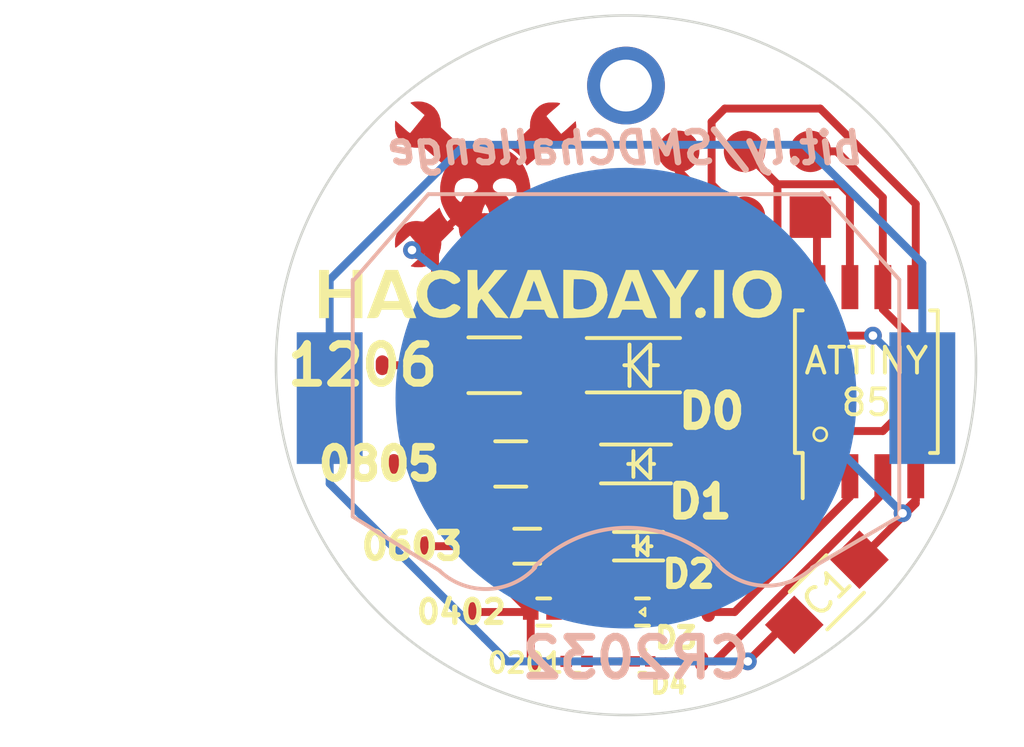
<source format=kicad_pcb>
(kicad_pcb (version 4) (host pcbnew 4.0.7)

  (general
    (links 36)
    (no_connects 0)
    (area 194.094714 78.524714 221.195286 105.625286)
    (thickness 1.6)
    (drawings 16)
    (tracks 117)
    (zones 0)
    (modules 27)
    (nets 14)
  )

  (page USLetter)
  (layers
    (0 F.Cu signal)
    (31 B.Cu signal)
    (34 B.Paste user)
    (35 F.Paste user)
    (36 B.SilkS user hide)
    (37 F.SilkS user)
    (38 B.Mask user)
    (39 F.Mask user)
    (40 Dwgs.User user)
    (44 Edge.Cuts user)
  )

  (setup
    (last_trace_width 0.254)
    (user_trace_width 0.254)
    (user_trace_width 0.3048)
    (user_trace_width 0.4064)
    (user_trace_width 0.6096)
    (user_trace_width 2.032)
    (trace_clearance 0.1524)
    (zone_clearance 0.508)
    (zone_45_only no)
    (trace_min 0.1524)
    (segment_width 0.254)
    (edge_width 0.1)
    (via_size 0.6858)
    (via_drill 0.3302)
    (via_min_size 0.6858)
    (via_min_drill 0.3302)
    (user_via 1 0.5)
    (uvia_size 0.762)
    (uvia_drill 0.508)
    (uvias_allowed no)
    (uvia_min_size 0.508)
    (uvia_min_drill 0.127)
    (pcb_text_width 0.3)
    (pcb_text_size 1.5 1.5)
    (mod_edge_width 0.15)
    (mod_text_size 1 1)
    (mod_text_width 0.15)
    (pad_size 3 3)
    (pad_drill 2)
    (pad_to_mask_clearance 0)
    (aux_axis_origin 0 0)
    (grid_origin 210.82 95.25)
    (visible_elements 7FFEFBFF)
    (pcbplotparams
      (layerselection 0x010f0_80000001)
      (usegerberextensions true)
      (excludeedgelayer true)
      (linewidth 0.100000)
      (plotframeref false)
      (viasonmask false)
      (mode 1)
      (useauxorigin false)
      (hpglpennumber 1)
      (hpglpenspeed 20)
      (hpglpendiameter 15)
      (hpglpenoverlay 2)
      (psnegative false)
      (psa4output false)
      (plotreference true)
      (plotvalue true)
      (plotinvisibletext false)
      (padsonsilk false)
      (subtractmaskfromsilk false)
      (outputformat 1)
      (mirror false)
      (drillshape 0)
      (scaleselection 1)
      (outputdirectory gerbers/))
  )

  (net 0 "")
  (net 1 GND)
  (net 2 +BATT)
  (net 3 "Net-(CON1-Pad1)")
  (net 4 "Net-(CON1-Pad3)")
  (net 5 "Net-(CON1-Pad4)")
  (net 6 "Net-(CON1-Pad5)")
  (net 7 "Net-(D1-Pad1)")
  (net 8 "Net-(D2-Pad1)")
  (net 9 "Net-(D3-Pad1)")
  (net 10 "Net-(D0-Pad1)")
  (net 11 "Net-(D3-Pad2)")
  (net 12 "Net-(D4-Pad2)")
  (net 13 "Net-(D4-Pad1)")

  (net_class Default "This is the default net class."
    (clearance 0.1524)
    (trace_width 0.1524)
    (via_dia 0.6858)
    (via_drill 0.3302)
    (uvia_dia 0.762)
    (uvia_drill 0.508)
    (add_net +BATT)
    (add_net GND)
    (add_net "Net-(CON1-Pad1)")
    (add_net "Net-(CON1-Pad3)")
    (add_net "Net-(CON1-Pad4)")
    (add_net "Net-(CON1-Pad5)")
    (add_net "Net-(D0-Pad1)")
    (add_net "Net-(D1-Pad1)")
    (add_net "Net-(D2-Pad1)")
    (add_net "Net-(D3-Pad1)")
    (add_net "Net-(D3-Pad2)")
    (add_net "Net-(D4-Pad1)")
    (add_net "Net-(D4-Pad2)")
  )

  (module LED_0201 (layer F.Cu) (tedit 5A4BE065) (tstamp 5A2CB0D7)
    (at 208.28 103.505)
    (descr "Resistor SMD 0201, reflow soldering, Vishay (see crcw0201e3.pdf)")
    (tags "resistor 0201")
    (path /58DDCAFF)
    (attr smd)
    (fp_text reference D4 (at 1.016 0.889) (layer F.SilkS)
      (effects (font (size 0.7 0.7) (thickness 0.175)))
    )
    (fp_text value LED (at 0 1.7) (layer F.Fab)
      (effects (font (size 1 1) (thickness 0.15)))
    )
    (fp_line (start -0.325 0.175) (end -0.325 -0.175) (layer F.CrtYd) (width 0.05))
    (fp_line (start -0.325 0.175) (end 0.325 0.175) (layer F.CrtYd) (width 0.05))
    (fp_line (start 0.325 0.175) (end 0.325 -0.175) (layer F.CrtYd) (width 0.05))
    (fp_line (start -0.325 -0.175) (end 0.325 -0.175) (layer F.CrtYd) (width 0.05))
    (fp_line (start 0.115 -0.44) (end -0.115 -0.44) (layer F.SilkS) (width 0.15))
    (fp_line (start -0.115 0.44) (end 0.115 0.44) (layer F.SilkS) (width 0.15))
    (pad 1 smd rect (at -0.3 0) (size 0.4 0.4) (layers F.Cu F.Paste F.Mask)
      (net 13 "Net-(D4-Pad1)"))
    (pad 2 smd rect (at 0.3 0) (size 0.4 0.4) (layers F.Cu F.Paste F.Mask)
      (net 12 "Net-(D4-Pad2)"))
    (model Resistors_SMD.3dshapes/R_0201.wrl
      (at (xyz 0 0 0))
      (scale (xyz 1 1 1))
      (rotate (xyz 0 0 0))
    )
  )

  (module LED_0402 (layer F.Cu) (tedit 5A4BDEED) (tstamp 5A2CB0C5)
    (at 208.28 101.6)
    (descr "Resistor SMD 0402, reflow soldering, Vishay (see dcrcw.pdf)")
    (tags "resistor 0402")
    (path /58D34030)
    (attr smd)
    (fp_text reference D3 (at 1.3 1) (layer F.SilkS)
      (effects (font (size 0.8 0.8) (thickness 0.2)))
    )
    (fp_text value LED (at 0 1.8) (layer F.Fab)
      (effects (font (size 1 1) (thickness 0.15)))
    )
    (fp_line (start 0.1 0.15) (end 0.1 -0.15) (layer F.SilkS) (width 0.1))
    (fp_line (start -0.1 0) (end 0.1 0.15) (layer F.SilkS) (width 0.1))
    (fp_line (start -0.1 0) (end 0.1 -0.15) (layer F.SilkS) (width 0.1))
    (fp_line (start -0.95 -0.65) (end 0.95 -0.65) (layer F.CrtYd) (width 0.05))
    (fp_line (start -0.95 0.65) (end 0.95 0.65) (layer F.CrtYd) (width 0.05))
    (fp_line (start -0.95 -0.65) (end -0.95 0.65) (layer F.CrtYd) (width 0.05))
    (fp_line (start 0.95 -0.65) (end 0.95 0.65) (layer F.CrtYd) (width 0.05))
    (fp_line (start 0.25 -0.525) (end -0.25 -0.525) (layer F.SilkS) (width 0.15))
    (fp_line (start -0.25 0.525) (end 0.25 0.525) (layer F.SilkS) (width 0.15))
    (pad 1 smd rect (at -0.5 0) (size 0.7 0.6) (layers F.Cu F.Paste F.Mask)
      (net 9 "Net-(D3-Pad1)"))
    (pad 2 smd rect (at 0.5 0) (size 0.7 0.6) (layers F.Cu F.Paste F.Mask)
      (net 11 "Net-(D3-Pad2)"))
    (model Resistors_SMD.3dshapes/R_0402.wrl
      (at (xyz 0 0 0))
      (scale (xyz 1 1 1))
      (rotate (xyz 0 0 0))
    )
  )

  (module footprints:BATT_CR2032_SMD (layer B.Cu) (tedit 56CFB5D2) (tstamp 5A2CB063)
    (at 207.645 93.345 180)
    (tags battery)
    (path /56CFA61E)
    (fp_text reference BT1 (at 0 -5.08 180) (layer B.SilkS) hide
      (effects (font (size 1.72974 1.08712) (thickness 0.27178)) (justify mirror))
    )
    (fp_text value Battery (at 0 2.54 180) (layer B.SilkS) hide
      (effects (font (size 1.524 1.016) (thickness 0.254)) (justify mirror))
    )
    (fp_line (start -7.1755 -6.5405) (end -10.541 -4.572) (layer B.SilkS) (width 0.15))
    (fp_line (start 7.1755 -6.6675) (end 10.541 -4.572) (layer B.SilkS) (width 0.15))
    (fp_arc (start -5.4229 -4.6355) (end -3.5179 -6.4135) (angle -90) (layer B.SilkS) (width 0.15))
    (fp_arc (start 5.4102 -4.7625) (end 7.1882 -6.6675) (angle -90) (layer B.SilkS) (width 0.15))
    (fp_arc (start -0.0635 -10.033) (end -3.556 -6.4135) (angle -90) (layer B.SilkS) (width 0.15))
    (fp_line (start 7.62 7.874) (end 10.541 4.5085) (layer B.SilkS) (width 0.15))
    (fp_line (start -10.541 4.572) (end -7.5565 7.9375) (layer B.SilkS) (width 0.15))
    (fp_line (start -7.62 7.874) (end 7.62 7.874) (layer B.SilkS) (width 0.15))
    (fp_line (start -10.541 -4.572) (end -10.541 4.572) (layer B.SilkS) (width 0.15))
    (fp_line (start 10.541 -4.572) (end 10.541 4.572) (layer B.SilkS) (width 0.15))
    (fp_circle (center 0 0) (end -10.16 0) (layer Dwgs.User) (width 0.15))
    (pad 2 smd circle (at 0 0 180) (size 17.78 17.78) (layers B.Cu B.Paste B.Mask)
      (net 1 GND))
    (pad 1 smd rect (at -11.43 0 180) (size 2.54 5.08) (layers B.Cu B.Paste B.Mask)
      (net 2 +BATT))
    (pad 1 smd rect (at 11.43 0 180) (size 2.54 5.08) (layers B.Cu B.Paste B.Mask)
      (net 2 +BATT))
  )

  (module footprints:C_1206_HandSoldering (layer F.Cu) (tedit 5902BDF4) (tstamp 5A2CB074)
    (at 215.392 100.838 225)
    (descr "Capacitor SMD 1206, hand soldering")
    (tags "capacitor 1206")
    (path /553FDF53)
    (attr smd)
    (fp_text reference C1 (at 0 0 225) (layer F.SilkS)
      (effects (font (size 1 1) (thickness 0.15)))
    )
    (fp_text value "0.1 uF" (at 0 2.3 225) (layer F.Fab)
      (effects (font (size 1 1) (thickness 0.15)))
    )
    (fp_line (start -3.3 -1.15) (end 3.3 -1.15) (layer F.CrtYd) (width 0.05))
    (fp_line (start -3.3 1.15) (end 3.3 1.15) (layer F.CrtYd) (width 0.05))
    (fp_line (start -3.3 -1.15) (end -3.3 1.15) (layer F.CrtYd) (width 0.05))
    (fp_line (start 3.3 -1.15) (end 3.3 1.15) (layer F.CrtYd) (width 0.05))
    (fp_line (start 1 -1.025) (end -1 -1.025) (layer F.SilkS) (width 0.15))
    (fp_line (start -1 1.025) (end 1 1.025) (layer F.SilkS) (width 0.15))
    (pad 1 smd rect (at -1.778 0 225) (size 1.6 1.6) (layers F.Cu F.Paste F.Mask)
      (net 1 GND))
    (pad 2 smd rect (at 1.778 0 225) (size 1.6 1.6) (layers F.Cu F.Paste F.Mask)
      (net 2 +BATT))
    (model Capacitors_SMD.3dshapes/C_1206.wrl
      (at (xyz 0 0 0))
      (scale (xyz 1 1 1))
      (rotate (xyz 0 0 0))
    )
  )

  (module footprints:AVR-ISP-6 (layer F.Cu) (tedit 5860A6AE) (tstamp 5A2CB07F)
    (at 214.757 83.82 270)
    (descr "6-lead dip package, row spacing 7.62 mm (300 mils)")
    (tags "dil dip 2.54 300")
    (path /58609061)
    (fp_text reference CON1 (at 0 -2.54 270) (layer F.SilkS) hide
      (effects (font (size 1 1) (thickness 0.15)))
    )
    (fp_text value AVR-ISP-6 (at 0 -3.72 270) (layer F.Fab) hide
      (effects (font (size 1 1) (thickness 0.15)))
    )
    (pad 1 smd oval (at 0 0 270) (size 1.6 1.6) (layers F.Cu F.Paste F.Mask)
      (net 3 "Net-(CON1-Pad1)"))
    (pad 2 smd rect (at 2.54 0 270) (size 1.6 1.6) (layers F.Cu F.Paste F.Mask)
      (net 2 +BATT))
    (pad 3 smd oval (at 0 2.54 270) (size 1.6 1.6) (layers F.Cu F.Paste F.Mask)
      (net 4 "Net-(CON1-Pad3)"))
    (pad 4 smd oval (at 2.54 2.54 270) (size 1.6 1.6) (layers F.Cu F.Paste F.Mask)
      (net 5 "Net-(CON1-Pad4)"))
    (pad 5 smd oval (at 0 5.08 270) (size 1.6 1.6) (layers F.Cu F.Paste F.Mask)
      (net 6 "Net-(CON1-Pad5)"))
    (pad 6 smd oval (at 2.54 5.08 270) (size 1.6 1.6) (layers F.Cu F.Paste F.Mask)
      (net 1 GND))
  )

  (module footprints:LED-1206 (layer F.Cu) (tedit 5902C0FC) (tstamp 5A2CB088)
    (at 208.28 92.075)
    (descr "LED 1206 smd package")
    (tags "LED1206 SMD")
    (path /58C49927)
    (attr smd)
    (fp_text reference D0 (at 2.667 1.778) (layer F.SilkS)
      (effects (font (size 1.25 1.25) (thickness 0.3125)))
    )
    (fp_text value LED (at 0 2) (layer F.Fab)
      (effects (font (size 1 1) (thickness 0.15)))
    )
    (fp_line (start -0.5 0.7) (end -0.5 0.8) (layer F.SilkS) (width 0.15))
    (fp_line (start -0.5 -0.7) (end -0.5 -0.8) (layer F.SilkS) (width 0.15))
    (fp_line (start 0.3 0) (end 0.6 0) (layer F.SilkS) (width 0.15))
    (fp_line (start 0.3 0.8) (end 0.3 -0.7) (layer F.SilkS) (width 0.15))
    (fp_line (start 0.3 -0.7) (end 0.3 -0.8) (layer F.SilkS) (width 0.15))
    (fp_line (start 0.2 0.7) (end 0.3 0.8) (layer F.SilkS) (width 0.15))
    (fp_line (start 0.2 -0.7) (end 0.3 -0.8) (layer F.SilkS) (width 0.15))
    (fp_line (start -0.7 0) (end -0.5 0) (layer F.SilkS) (width 0.15))
    (fp_line (start -0.5 0.5) (end -0.5 0.7) (layer F.SilkS) (width 0.15))
    (fp_line (start -0.5 -0.5) (end -0.5 -0.7) (layer F.SilkS) (width 0.15))
    (fp_line (start -0.4 0) (end 0.2 0.7) (layer F.SilkS) (width 0.15))
    (fp_line (start 0.2 -0.7) (end -0.4 -0.1) (layer F.SilkS) (width 0.15))
    (fp_line (start -2.15 1.05) (end 1.45 1.05) (layer F.SilkS) (width 0.15))
    (fp_line (start -2.15 -1.05) (end 1.45 -1.05) (layer F.SilkS) (width 0.15))
    (fp_line (start -0.5 -0.5) (end -0.5 0.5) (layer F.SilkS) (width 0.15))
    (fp_line (start 2.5 -1.25) (end -2.5 -1.25) (layer F.CrtYd) (width 0.05))
    (fp_line (start -2.5 -1.25) (end -2.5 1.25) (layer F.CrtYd) (width 0.05))
    (fp_line (start -2.5 1.25) (end 2.5 1.25) (layer F.CrtYd) (width 0.05))
    (fp_line (start 2.5 1.25) (end 2.5 -1.25) (layer F.CrtYd) (width 0.05))
    (pad 2 smd rect (at 1.524 0 180) (size 1.7 1.80086) (layers F.Cu F.Paste F.Mask)
      (net 5 "Net-(CON1-Pad4)"))
    (pad 1 smd rect (at -1.651 0 180) (size 1.7 1.80086) (layers F.Cu F.Paste F.Mask)
      (net 10 "Net-(D0-Pad1)"))
    (model LEDs.3dshapes/LED_1206.wrl
      (at (xyz 0 0 0))
      (scale (xyz 1 1 1))
      (rotate (xyz 0 0 0))
    )
  )

  (module footprints:LED-0805 (layer F.Cu) (tedit 5902C116) (tstamp 5A2CB0A0)
    (at 208.28 95.885)
    (descr "LED 0805 smd package")
    (tags "LED 0805 SMD")
    (path /58D338E3)
    (attr smd)
    (fp_text reference D1 (at 2.2225 1.4605) (layer F.SilkS)
      (effects (font (size 1.2 1.2) (thickness 0.3)))
    )
    (fp_text value LED (at 0 1.75) (layer F.Fab)
      (effects (font (size 1 1) (thickness 0.15)))
    )
    (fp_line (start 0.3 0) (end 0.45 0) (layer F.SilkS) (width 0.15))
    (fp_line (start -0.55 0) (end -0.2 0) (layer F.SilkS) (width 0.15))
    (fp_line (start -0.25 0) (end 0.3 -0.55) (layer F.SilkS) (width 0.15))
    (fp_line (start 0.3 -0.55) (end 0.3 0.55) (layer F.SilkS) (width 0.15))
    (fp_line (start 0.3 0.55) (end -0.25 0) (layer F.SilkS) (width 0.15))
    (fp_line (start -0.35 -0.35) (end -0.35 -0.5) (layer F.SilkS) (width 0.15))
    (fp_line (start -0.35 0.35) (end -0.35 0.5) (layer F.SilkS) (width 0.15))
    (fp_line (start -1.6 0.75) (end 1.1 0.75) (layer F.SilkS) (width 0.15))
    (fp_line (start -1.6 -0.75) (end 1.1 -0.75) (layer F.SilkS) (width 0.15))
    (fp_line (start -0.35 -0.35) (end -0.35 0.35) (layer F.SilkS) (width 0.15))
    (fp_line (start 1.9 -0.95) (end 1.9 0.95) (layer F.CrtYd) (width 0.05))
    (fp_line (start 1.9 0.95) (end -1.9 0.95) (layer F.CrtYd) (width 0.05))
    (fp_line (start -1.9 0.95) (end -1.9 -0.95) (layer F.CrtYd) (width 0.05))
    (fp_line (start -1.9 -0.95) (end 1.9 -0.95) (layer F.CrtYd) (width 0.05))
    (pad 2 smd rect (at 1.143 0 180) (size 1.3 1.19888) (layers F.Cu F.Paste F.Mask)
      (net 3 "Net-(CON1-Pad1)"))
    (pad 1 smd rect (at -1.27 0 180) (size 1.3 1.19888) (layers F.Cu F.Paste F.Mask)
      (net 7 "Net-(D1-Pad1)"))
    (model LEDs.3dshapes/LED-0805.wrl
      (at (xyz 0 0 0))
      (scale (xyz 1 1 1))
      (rotate (xyz 0 0 0))
    )
    (model LEDs.3dshapes/LED_0805.wrl
      (at (xyz 0 0 0))
      (scale (xyz 1 1 1))
      (rotate (xyz 0 0 0))
    )
  )

  (module footprints:LED-0603 (layer F.Cu) (tedit 5902C124) (tstamp 5A2CB0B3)
    (at 208.28 99.06)
    (descr "LED 0603 smd package")
    (tags "LED led 0603 SMD smd SMT smt smdled SMDLED smtled SMTLED")
    (path /58D33940)
    (attr smd)
    (fp_text reference D2 (at 1.778 1.0795) (layer F.SilkS)
      (effects (font (size 1 1) (thickness 0.25)))
    )
    (fp_text value LED (at 0 1.5) (layer F.Fab)
      (effects (font (size 1 1) (thickness 0.15)))
    )
    (fp_line (start 0.2 0) (end 0.35 0) (layer F.SilkS) (width 0.15))
    (fp_line (start -0.35 0) (end -0.15 0) (layer F.SilkS) (width 0.15))
    (fp_line (start -0.1 0) (end 0.2 -0.35) (layer F.SilkS) (width 0.15))
    (fp_line (start 0.2 -0.35) (end 0.2 0.35) (layer F.SilkS) (width 0.15))
    (fp_line (start 0.2 0.35) (end -0.2 0) (layer F.SilkS) (width 0.15))
    (fp_line (start -0.2 0) (end -0.15 0) (layer F.SilkS) (width 0.15))
    (fp_line (start -0.2 -0.4) (end -0.2 0.35) (layer F.SilkS) (width 0.15))
    (fp_line (start -1.1 0.55) (end 0.8 0.55) (layer F.SilkS) (width 0.15))
    (fp_line (start -1.1 -0.55) (end 0.8 -0.55) (layer F.SilkS) (width 0.15))
    (fp_line (start 1.4 -0.75) (end 1.4 0.75) (layer F.CrtYd) (width 0.05))
    (fp_line (start 1.4 0.75) (end -1.4 0.75) (layer F.CrtYd) (width 0.05))
    (fp_line (start -1.4 0.75) (end -1.4 -0.75) (layer F.CrtYd) (width 0.05))
    (fp_line (start -1.4 -0.75) (end 1.4 -0.75) (layer F.CrtYd) (width 0.05))
    (pad 2 smd rect (at 0.889 0 180) (size 1 0.79756) (layers F.Cu F.Paste F.Mask)
      (net 4 "Net-(CON1-Pad3)"))
    (pad 1 smd rect (at -0.889 0 180) (size 1 0.79756) (layers F.Cu F.Paste F.Mask)
      (net 8 "Net-(D2-Pad1)"))
    (model LEDs.3dshapes/LED_0603.wrl
      (at (xyz 0 0 0))
      (scale (xyz 1 1 1))
      (rotate (xyz 0 0 0))
    )
  )

  (module footprints:SOIJ-8_5.3x5.3mm_Pitch1.27mm (layer F.Cu) (tedit 5902B706) (tstamp 5A2CB0E9)
    (at 216.916 92.71 90)
    (descr "8-Lead Plastic Small Outline (SM) - Medium, 5.28 mm Body [SOIC] (see Microchip Packaging Specification 00000049BS.pdf)")
    (tags "SOIC 1.27")
    (path /58C478D3)
    (attr smd)
    (fp_text reference IC1 (at -1.27 2.159 90) (layer F.SilkS) hide
      (effects (font (size 1 1) (thickness 0.15)))
    )
    (fp_text value IC1 (at 0 3.68 90) (layer F.Fab)
      (effects (font (size 1 1) (thickness 0.15)))
    )
    (fp_circle (center -2.032 -1.778) (end -2.286 -1.778) (layer F.SilkS) (width 0.1))
    (fp_line (start -4.75 -2.95) (end -4.75 2.95) (layer F.CrtYd) (width 0.05))
    (fp_line (start 4.75 -2.95) (end 4.75 2.95) (layer F.CrtYd) (width 0.05))
    (fp_line (start -4.75 -2.95) (end 4.75 -2.95) (layer F.CrtYd) (width 0.05))
    (fp_line (start -4.75 2.95) (end 4.75 2.95) (layer F.CrtYd) (width 0.05))
    (fp_line (start -2.75 -2.755) (end -2.75 -2.455) (layer F.SilkS) (width 0.15))
    (fp_line (start 2.75 -2.755) (end 2.75 -2.455) (layer F.SilkS) (width 0.15))
    (fp_line (start 2.75 2.755) (end 2.75 2.455) (layer F.SilkS) (width 0.15))
    (fp_line (start -2.75 2.755) (end -2.75 2.455) (layer F.SilkS) (width 0.15))
    (fp_line (start -2.75 -2.755) (end 2.75 -2.755) (layer F.SilkS) (width 0.15))
    (fp_line (start -2.75 2.755) (end 2.75 2.755) (layer F.SilkS) (width 0.15))
    (fp_line (start -2.75 -2.455) (end -4.5 -2.455) (layer F.SilkS) (width 0.15))
    (pad 1 smd rect (at -3.65 -1.905 90) (size 1.7 0.65) (layers F.Cu F.Paste F.Mask)
      (net 6 "Net-(CON1-Pad5)"))
    (pad 2 smd rect (at -3.65 -0.635 90) (size 1.7 0.65) (layers F.Cu F.Paste F.Mask)
      (net 11 "Net-(D3-Pad2)"))
    (pad 3 smd rect (at -3.65 0.635 90) (size 1.7 0.65) (layers F.Cu F.Paste F.Mask)
      (net 12 "Net-(D4-Pad2)"))
    (pad 4 smd rect (at -3.65 1.905 90) (size 1.7 0.65) (layers F.Cu F.Paste F.Mask)
      (net 1 GND))
    (pad 5 smd rect (at 3.65 1.905 90) (size 1.7 0.65) (layers F.Cu F.Paste F.Mask)
      (net 5 "Net-(CON1-Pad4)"))
    (pad 6 smd rect (at 3.65 0.635 90) (size 1.7 0.65) (layers F.Cu F.Paste F.Mask)
      (net 3 "Net-(CON1-Pad1)"))
    (pad 7 smd rect (at 3.65 -0.635 90) (size 1.7 0.65) (layers F.Cu F.Paste F.Mask)
      (net 4 "Net-(CON1-Pad3)"))
    (pad 8 smd rect (at 3.65 -1.905 90) (size 1.7 0.65) (layers F.Cu F.Paste F.Mask)
      (net 2 +BATT))
    (model Housings_SOIC.3dshapes/SOIJ-8_5.3x5.3mm_Pitch1.27mm.wrl
      (at (xyz 0 0 0))
      (scale (xyz 1 1 1))
      (rotate (xyz 0 0 0))
    )
  )

  (module footprints:testPad (layer F.Cu) (tedit 5902BD57) (tstamp 5A2CB100)
    (at 212.09 92.075)
    (descr "module 1 pin (ou trou mecanique de percage)")
    (tags DEV)
    (path /5902B2A3)
    (fp_text reference P0 (at -0.0635 0) (layer F.SilkS) hide
      (effects (font (size 0.635 0.635) (thickness 0.127)))
    )
    (fp_text value CONN_01X01 (at 0 0) (layer F.Fab)
      (effects (font (size 0.127 0.127) (thickness 0.03175)))
    )
    (pad 1 smd oval (at 0 0) (size 0.508 0.762) (layers F.Cu F.Paste F.Mask)
      (net 5 "Net-(CON1-Pad4)"))
  )

  (module footprints:testPad (layer F.Cu) (tedit 5902BD57) (tstamp 5A2CB104)
    (at 211.582 95.885)
    (descr "module 1 pin (ou trou mecanique de percage)")
    (tags DEV)
    (path /5902B324)
    (fp_text reference P1 (at -0.0635 0) (layer F.SilkS) hide
      (effects (font (size 0.635 0.635) (thickness 0.127)))
    )
    (fp_text value CONN_01X01 (at 0 0) (layer F.Fab)
      (effects (font (size 0.127 0.127) (thickness 0.03175)))
    )
    (pad 1 smd oval (at 0 0) (size 0.508 0.762) (layers F.Cu F.Paste F.Mask)
      (net 3 "Net-(CON1-Pad1)"))
  )

  (module footprints:testPad (layer F.Cu) (tedit 5902BD57) (tstamp 5A2CB108)
    (at 211.201 99.06)
    (descr "module 1 pin (ou trou mecanique de percage)")
    (tags DEV)
    (path /5902B382)
    (fp_text reference P2 (at -0.0635 0) (layer F.SilkS) hide
      (effects (font (size 0.635 0.635) (thickness 0.127)))
    )
    (fp_text value CONN_01X01 (at 0 0) (layer F.Fab)
      (effects (font (size 0.127 0.127) (thickness 0.03175)))
    )
    (pad 1 smd oval (at 0 0) (size 0.508 0.762) (layers F.Cu F.Paste F.Mask)
      (net 4 "Net-(CON1-Pad3)"))
  )

  (module footprints:testPad (layer F.Cu) (tedit 5902BD57) (tstamp 5A2CB10C)
    (at 210.82 101.6)
    (descr "module 1 pin (ou trou mecanique de percage)")
    (tags DEV)
    (path /5902B3ED)
    (fp_text reference P3 (at -0.0635 0) (layer F.SilkS) hide
      (effects (font (size 0.635 0.635) (thickness 0.127)))
    )
    (fp_text value CONN_01X01 (at 0 0) (layer F.Fab)
      (effects (font (size 0.127 0.127) (thickness 0.03175)))
    )
    (pad 1 smd oval (at 0 0) (size 0.508 0.762) (layers F.Cu F.Paste F.Mask)
      (net 11 "Net-(D3-Pad2)"))
  )

  (module footprints:testPad (layer F.Cu) (tedit 5902BD57) (tstamp 5A2CB110)
    (at 210.566 103.505)
    (descr "module 1 pin (ou trou mecanique de percage)")
    (tags DEV)
    (path /5902B44F)
    (fp_text reference P4 (at -0.0635 0) (layer F.SilkS) hide
      (effects (font (size 0.635 0.635) (thickness 0.127)))
    )
    (fp_text value CONN_01X01 (at 0 0) (layer F.Fab)
      (effects (font (size 0.127 0.127) (thickness 0.03175)))
    )
    (pad 1 smd oval (at 0 0) (size 0.508 0.762) (layers F.Cu F.Paste F.Mask)
      (net 12 "Net-(D4-Pad2)"))
  )

  (module footprints:testPad (layer F.Cu) (tedit 5902BD57) (tstamp 5A2CB114)
    (at 198.247 92.075)
    (descr "module 1 pin (ou trou mecanique de percage)")
    (tags DEV)
    (path /5902AF42)
    (fp_text reference PG0 (at -0.0635 0) (layer F.SilkS) hide
      (effects (font (size 0.635 0.635) (thickness 0.127)))
    )
    (fp_text value CONN_01X01 (at 0 0) (layer F.Fab)
      (effects (font (size 0.127 0.127) (thickness 0.03175)))
    )
    (pad 1 smd oval (at 0 0) (size 0.508 0.762) (layers F.Cu F.Paste F.Mask)
      (net 1 GND))
  )

  (module footprints:testPad (layer F.Cu) (tedit 5902BD57) (tstamp 5A2CB118)
    (at 198.6915 95.885)
    (descr "module 1 pin (ou trou mecanique de percage)")
    (tags DEV)
    (path /5902AFA3)
    (fp_text reference PG1 (at -0.0635 0) (layer F.SilkS) hide
      (effects (font (size 0.635 0.635) (thickness 0.127)))
    )
    (fp_text value CONN_01X01 (at 0 0) (layer F.Fab)
      (effects (font (size 0.127 0.127) (thickness 0.03175)))
    )
    (pad 1 smd oval (at 0 0) (size 0.508 0.762) (layers F.Cu F.Paste F.Mask)
      (net 1 GND))
  )

  (module footprints:testPad (layer F.Cu) (tedit 5902BD57) (tstamp 5A2CB11C)
    (at 199.898 99.06)
    (descr "module 1 pin (ou trou mecanique de percage)")
    (tags DEV)
    (path /5902AFF0)
    (fp_text reference PG2 (at -0.0635 0) (layer F.SilkS) hide
      (effects (font (size 0.635 0.635) (thickness 0.127)))
    )
    (fp_text value CONN_01X01 (at 0 0) (layer F.Fab)
      (effects (font (size 0.127 0.127) (thickness 0.03175)))
    )
    (pad 1 smd oval (at 0 0) (size 0.508 0.762) (layers F.Cu F.Paste F.Mask)
      (net 1 GND))
  )

  (module footprints:testPad (layer F.Cu) (tedit 5902BD57) (tstamp 5A2CB120)
    (at 201.7395 101.6)
    (descr "module 1 pin (ou trou mecanique de percage)")
    (tags DEV)
    (path /5902B040)
    (fp_text reference PG3 (at -0.0635 0) (layer F.SilkS) hide
      (effects (font (size 0.635 0.635) (thickness 0.127)))
    )
    (fp_text value CONN_01X01 (at 0 0) (layer F.Fab)
      (effects (font (size 0.127 0.127) (thickness 0.03175)))
    )
    (pad 1 smd oval (at 0 0) (size 0.508 0.762) (layers F.Cu F.Paste F.Mask)
      (net 1 GND))
  )

  (module footprints:testPad (layer F.Cu) (tedit 5902BD57) (tstamp 5A2CB124)
    (at 204.1525 103.505)
    (descr "module 1 pin (ou trou mecanique de percage)")
    (tags DEV)
    (path /5902B093)
    (fp_text reference PG4 (at -0.0635 0) (layer F.SilkS) hide
      (effects (font (size 0.635 0.635) (thickness 0.127)))
    )
    (fp_text value CONN_01X01 (at 0 0) (layer F.Fab)
      (effects (font (size 0.127 0.127) (thickness 0.03175)))
    )
    (pad 1 smd oval (at 0 0) (size 0.508 0.762) (layers F.Cu F.Paste F.Mask)
      (net 1 GND))
  )

  (module footprints:R_1206 (layer F.Cu) (tedit 5902A5E4) (tstamp 5A2CB128)
    (at 202.565 92.075 180)
    (descr "Resistor SMD 1206, reflow soldering, Vishay (see dcrcw.pdf)")
    (tags "resistor 1206")
    (path /56CEB2B5)
    (attr smd)
    (fp_text reference R0 (at 0 0 180) (layer F.SilkS) hide
      (effects (font (size 1.25 1.25) (thickness 0.2)))
    )
    (fp_text value 330 (at 0 2.3 180) (layer F.Fab)
      (effects (font (size 1 1) (thickness 0.15)))
    )
    (fp_line (start -2.2 -1.2) (end 2.2 -1.2) (layer F.CrtYd) (width 0.05))
    (fp_line (start -2.2 1.2) (end 2.2 1.2) (layer F.CrtYd) (width 0.05))
    (fp_line (start -2.2 -1.2) (end -2.2 1.2) (layer F.CrtYd) (width 0.05))
    (fp_line (start 2.2 -1.2) (end 2.2 1.2) (layer F.CrtYd) (width 0.05))
    (fp_line (start 1 1.075) (end -1 1.075) (layer F.SilkS) (width 0.15))
    (fp_line (start -1 -1.075) (end 1 -1.075) (layer F.SilkS) (width 0.15))
    (pad 1 smd rect (at -1.778 0 180) (size 1.1 1.7) (layers F.Cu F.Paste F.Mask)
      (net 10 "Net-(D0-Pad1)"))
    (pad 2 smd rect (at 1.651 0 180) (size 1.1 1.7) (layers F.Cu F.Paste F.Mask)
      (net 1 GND))
    (model Resistors_SMD.3dshapes/R_1206.wrl
      (at (xyz 0 0 0))
      (scale (xyz 1 1 1))
      (rotate (xyz 0 0 0))
    )
  )

  (module footprints:R_0805 (layer F.Cu) (tedit 58DFDC5C) (tstamp 5A2CB133)
    (at 203.2 95.885 180)
    (descr "Resistor SMD 0805, reflow soldering, Vishay (see dcrcw.pdf)")
    (tags "resistor 0805")
    (path /58D3397B)
    (attr smd)
    (fp_text reference R1 (at 0 0 180) (layer F.SilkS) hide
      (effects (font (size 1 1) (thickness 0.15)))
    )
    (fp_text value 330 (at 0 2.1 180) (layer F.Fab)
      (effects (font (size 1 1) (thickness 0.15)))
    )
    (fp_line (start -1.6 -1) (end 1.6 -1) (layer F.CrtYd) (width 0.05))
    (fp_line (start -1.6 1) (end 1.6 1) (layer F.CrtYd) (width 0.05))
    (fp_line (start -1.6 -1) (end -1.6 1) (layer F.CrtYd) (width 0.05))
    (fp_line (start 1.6 -1) (end 1.6 1) (layer F.CrtYd) (width 0.05))
    (fp_line (start 0.6 0.875) (end -0.6 0.875) (layer F.SilkS) (width 0.15))
    (fp_line (start -0.6 -0.875) (end 0.6 -0.875) (layer F.SilkS) (width 0.15))
    (pad 1 smd rect (at -1.143 0 180) (size 0.9 1.3) (layers F.Cu F.Paste F.Mask)
      (net 7 "Net-(D1-Pad1)"))
    (pad 2 smd rect (at 1.143 0 180) (size 0.9 1.3) (layers F.Cu F.Paste F.Mask)
      (net 1 GND))
    (model Resistors_SMD.3dshapes/R_0805.wrl
      (at (xyz 0 0 0))
      (scale (xyz 1 1 1))
      (rotate (xyz 0 0 0))
    )
  )

  (module footprints:R_0603 (layer F.Cu) (tedit 5902A5F6) (tstamp 5A2CB13E)
    (at 203.835 99.06 180)
    (descr "Resistor SMD 0603, reflow soldering, Vishay (see dcrcw.pdf)")
    (tags "resistor 0603")
    (path /58D339BB)
    (attr smd)
    (fp_text reference R2 (at 0 0 180) (layer F.SilkS) hide
      (effects (font (size 1 1) (thickness 0.15)))
    )
    (fp_text value 330 (at 0 1.9 180) (layer F.Fab)
      (effects (font (size 1 1) (thickness 0.15)))
    )
    (fp_line (start -1.3 -0.8) (end 1.3 -0.8) (layer F.CrtYd) (width 0.05))
    (fp_line (start -1.3 0.8) (end 1.3 0.8) (layer F.CrtYd) (width 0.05))
    (fp_line (start -1.3 -0.8) (end -1.3 0.8) (layer F.CrtYd) (width 0.05))
    (fp_line (start 1.3 -0.8) (end 1.3 0.8) (layer F.CrtYd) (width 0.05))
    (fp_line (start 0.5 0.675) (end -0.5 0.675) (layer F.SilkS) (width 0.15))
    (fp_line (start -0.5 -0.675) (end 0.5 -0.675) (layer F.SilkS) (width 0.15))
    (pad 1 smd rect (at -0.889 0 180) (size 0.7 0.9) (layers F.Cu F.Paste F.Mask)
      (net 8 "Net-(D2-Pad1)"))
    (pad 2 smd rect (at 1.016 0 180) (size 0.7 0.9) (layers F.Cu F.Paste F.Mask)
      (net 1 GND))
    (model Resistors_SMD.3dshapes/R_0603.wrl
      (at (xyz 0 0 0))
      (scale (xyz 1 1 1))
      (rotate (xyz 0 0 0))
    )
  )

  (module footprints:R_0402 (layer F.Cu) (tedit 58DFDC4A) (tstamp 5A2CB149)
    (at 204.47 101.6 180)
    (descr "Resistor SMD 0402, reflow soldering, Vishay (see dcrcw.pdf)")
    (tags "resistor 0402")
    (path /58D3406E)
    (attr smd)
    (fp_text reference R3 (at 0 0 180) (layer Dwgs.User) hide
      (effects (font (size 1 1) (thickness 0.15)))
    )
    (fp_text value 330 (at 0 1.8 180) (layer F.Fab)
      (effects (font (size 1 1) (thickness 0.15)))
    )
    (fp_line (start -0.95 -0.65) (end 0.95 -0.65) (layer F.CrtYd) (width 0.05))
    (fp_line (start -0.95 0.65) (end 0.95 0.65) (layer F.CrtYd) (width 0.05))
    (fp_line (start -0.95 -0.65) (end -0.95 0.65) (layer F.CrtYd) (width 0.05))
    (fp_line (start 0.95 -0.65) (end 0.95 0.65) (layer F.CrtYd) (width 0.05))
    (fp_line (start 0.25 -0.525) (end -0.25 -0.525) (layer F.SilkS) (width 0.15))
    (fp_line (start -0.25 0.525) (end 0.25 0.525) (layer F.SilkS) (width 0.15))
    (pad 1 smd rect (at -0.4 0 180) (size 0.6 0.6) (layers F.Cu F.Paste F.Mask)
      (net 9 "Net-(D3-Pad1)"))
    (pad 2 smd rect (at 0.5 0 180) (size 0.6 0.6) (layers F.Cu F.Paste F.Mask)
      (net 1 GND))
    (model Resistors_SMD.3dshapes/R_0402.wrl
      (at (xyz 0 0 0))
      (scale (xyz 1 1 1))
      (rotate (xyz 0 0 0))
    )
  )

  (module footprints:R_0201 (layer F.Cu) (tedit 5A2C7C82) (tstamp 5A2CB154)
    (at 205.74 103.505 180)
    (descr "Resistor SMD 0201, reflow soldering, Vishay (see crcw0201e3.pdf)")
    (tags "resistor 0201")
    (path /58DDCB43)
    (attr smd)
    (fp_text reference R4 (at 1.397 0.762 180) (layer F.SilkS) hide
      (effects (font (size 0.762 0.762) (thickness 0.15)))
    )
    (fp_text value 330 (at 0 1.7 180) (layer F.Fab)
      (effects (font (size 1 1) (thickness 0.15)))
    )
    (fp_line (start 0.35 -0.175) (end 0.35 0.175) (layer F.CrtYd) (width 0.05))
    (fp_line (start -0.325 -0.25) (end 0.325 -0.25) (layer F.CrtYd) (width 0.05))
    (fp_line (start -0.325 0.25) (end 0.325 0.25) (layer F.CrtYd) (width 0.05))
    (fp_line (start -0.35 -0.175) (end -0.35 0.175) (layer F.CrtYd) (width 0.05))
    (fp_line (start 0.115 -0.44) (end -0.115 -0.44) (layer F.SilkS) (width 0.15))
    (fp_line (start -0.115 0.44) (end 0.115 0.44) (layer F.SilkS) (width 0.15))
    (pad 1 smd rect (at -0.4 0 180) (size 0.45 0.43) (layers F.Cu F.Paste F.Mask)
      (net 13 "Net-(D4-Pad1)"))
    (pad 2 smd rect (at 0.4 0 180) (size 0.45 0.43) (layers F.Cu F.Paste F.Mask)
      (net 1 GND))
    (model Resistors_SMD.3dshapes/R_0201.wrl
      (at (xyz 0 0 0))
      (scale (xyz 1 1 1))
      (rotate (xyz 0 0 0))
    )
  )

  (module footprints:Pin_Header_Straight_1x01 (layer F.Cu) (tedit 5A2CB1FD) (tstamp 5A2CB193)
    (at 207.645 81.28)
    (descr "Through hole pin header")
    (tags "pin header")
    (path /5860AE9A)
    (fp_text reference P5 (at -0.6 -0.5) (layer F.SilkS) hide
      (effects (font (size 0.127 0.127) (thickness 0.03175)))
    )
    (fp_text value CONN_01X01 (at 0 0.9) (layer F.Fab)
      (effects (font (size 0.127 0.127) (thickness 0.03175)))
    )
    (pad 1 thru_hole circle (at 0 0) (size 3 3) (drill 2) (layers *.Cu *.Mask))
  )

  (module footprints:hackaday_title (layer F.Cu) (tedit 0) (tstamp 5B315986)
    (at 204.724 89.281)
    (fp_text reference G*** (at 0 0) (layer F.SilkS) hide
      (effects (font (thickness 0.3)))
    )
    (fp_text value LOGO (at 0.75 0) (layer F.SilkS) hide
      (effects (font (thickness 0.3)))
    )
    (fp_poly (pts (xy -8.543637 -0.138545) (xy -7.62 -0.138545) (xy -7.62 -0.877454) (xy -7.250546 -0.877454)
      (xy -7.250546 0.969818) (xy -7.62 0.969818) (xy -7.62 0.184727) (xy -8.543637 0.184727)
      (xy -8.543637 0.969818) (xy -8.913091 0.969818) (xy -8.913091 -0.877454) (xy -8.543637 -0.877454)
      (xy -8.543637 -0.138545)) (layer F.SilkS) (width 0.01))
    (fp_poly (pts (xy -5.635405 -0.242454) (xy -5.538054 0.012286) (xy -5.442075 0.263638) (xy -5.357271 0.485917)
      (xy -5.293443 0.653441) (xy -5.282891 0.681182) (xy -5.173158 0.969818) (xy -5.382935 0.969818)
      (xy -5.51534 0.96379) (xy -5.589488 0.932515) (xy -5.639325 0.856208) (xy -5.660249 0.808182)
      (xy -5.727785 0.646546) (xy -6.510397 0.646546) (xy -6.577933 0.808182) (xy -6.627572 0.908261)
      (xy -6.687826 0.955324) (xy -6.792641 0.969157) (xy -6.855247 0.969818) (xy -7.065025 0.969818)
      (xy -6.955291 0.681182) (xy -6.897589 0.529659) (xy -6.818867 0.323273) (xy -6.418303 0.323273)
      (xy -5.824412 0.323273) (xy -5.933657 0.002079) (xy -5.999744 -0.182057) (xy -6.060097 -0.332272)
      (xy -6.107843 -0.433257) (xy -6.136108 -0.469708) (xy -6.140778 -0.459112) (xy -6.156239 -0.406879)
      (xy -6.19633 -0.289462) (xy -6.253646 -0.128307) (xy -6.280242 -0.055021) (xy -6.418303 0.323273)
      (xy -6.818867 0.323273) (xy -6.816685 0.317553) (xy -6.722382 0.070547) (xy -6.624482 -0.185678)
      (xy -6.602777 -0.242454) (xy -6.359997 -0.877454) (xy -5.878186 -0.877454) (xy -5.635405 -0.242454)) (layer F.SilkS) (width 0.01))
    (fp_poly (pts (xy -3.960692 -0.855565) (xy -3.759048 -0.783947) (xy -3.590637 -0.658058) (xy -3.491892 -0.545587)
      (xy -3.474222 -0.464261) (xy -3.53813 -0.400066) (xy -3.60099 -0.369948) (xy -3.698196 -0.339565)
      (xy -3.774908 -0.355104) (xy -3.87247 -0.425946) (xy -3.881624 -0.433618) (xy -4.059649 -0.529113)
      (xy -4.257218 -0.549835) (xy -4.449103 -0.500642) (xy -4.610078 -0.386391) (xy -4.686673 -0.278602)
      (xy -4.751328 -0.072802) (xy -4.75069 0.143525) (xy -4.690854 0.345023) (xy -4.577914 0.50634)
      (xy -4.481148 0.576491) (xy -4.266698 0.64258) (xy -4.058369 0.62311) (xy -3.881624 0.525982)
      (xy -3.780886 0.450689) (xy -3.704049 0.431392) (xy -3.609766 0.458708) (xy -3.60099 0.462312)
      (xy -3.505995 0.517036) (xy -3.463768 0.571773) (xy -3.463637 0.574235) (xy -3.499588 0.650282)
      (xy -3.590038 0.74788) (xy -3.708883 0.843477) (xy -3.830021 0.913522) (xy -3.847643 0.920698)
      (xy -4.044559 0.961742) (xy -4.280497 0.96316) (xy -4.512096 0.927082) (xy -4.646634 0.881467)
      (xy -4.864449 0.734691) (xy -5.029196 0.52732) (xy -5.131211 0.280288) (xy -5.160832 0.01453)
      (xy -5.133073 -0.172345) (xy -5.016567 -0.451343) (xy -4.837287 -0.664152) (xy -4.601452 -0.805992)
      (xy -4.315284 -0.872081) (xy -4.217098 -0.87644) (xy -3.960692 -0.855565)) (layer F.SilkS) (width 0.01))
    (fp_poly (pts (xy -2.817091 -0.484909) (xy -2.813194 -0.307518) (xy -2.802794 -0.171849) (xy -2.787829 -0.099102)
      (xy -2.781212 -0.092363) (xy -2.74014 -0.12687) (xy -2.657006 -0.22021) (xy -2.544881 -0.357115)
      (xy -2.446394 -0.483425) (xy -2.147455 -0.874486) (xy -1.903285 -0.87597) (xy -1.659114 -0.877454)
      (xy -2.401404 -0.009636) (xy -2.005405 0.482625) (xy -1.609405 0.974887) (xy -2.099445 0.946727)
      (xy -2.652655 0.222799) (xy -2.734873 0.324334) (xy -2.791179 0.439464) (xy -2.815384 0.615899)
      (xy -2.817091 0.697844) (xy -2.817091 0.969818) (xy -3.186546 0.969818) (xy -3.186546 -0.877454)
      (xy -2.817091 -0.877454) (xy -2.817091 -0.484909)) (layer F.SilkS) (width 0.01))
    (fp_poly (pts (xy -0.139769 -0.242454) (xy -0.042418 0.012286) (xy 0.053561 0.263638) (xy 0.138366 0.485917)
      (xy 0.202194 0.653441) (xy 0.212745 0.681182) (xy 0.322479 0.969818) (xy 0.112701 0.969818)
      (xy -0.019704 0.96379) (xy -0.093852 0.932515) (xy -0.143689 0.856208) (xy -0.164613 0.808182)
      (xy -0.232149 0.646546) (xy -1.014761 0.646546) (xy -1.082297 0.808182) (xy -1.131936 0.908261)
      (xy -1.19219 0.955324) (xy -1.297005 0.969157) (xy -1.359611 0.969818) (xy -1.569388 0.969818)
      (xy -1.459655 0.681182) (xy -1.401952 0.529659) (xy -1.32323 0.323273) (xy -0.922666 0.323273)
      (xy -0.328775 0.323273) (xy -0.43802 0.002079) (xy -0.504107 -0.182057) (xy -0.564461 -0.332272)
      (xy -0.612207 -0.433257) (xy -0.640472 -0.469708) (xy -0.645141 -0.459112) (xy -0.660603 -0.406879)
      (xy -0.700693 -0.289462) (xy -0.75801 -0.128307) (xy -0.784606 -0.055021) (xy -0.922666 0.323273)
      (xy -1.32323 0.323273) (xy -1.321048 0.317553) (xy -1.226746 0.070547) (xy -1.128846 -0.185678)
      (xy -1.107141 -0.242454) (xy -0.86436 -0.877454) (xy -0.382549 -0.877454) (xy -0.139769 -0.242454)) (layer F.SilkS) (width 0.01))
    (fp_poly (pts (xy 1.027545 -0.868826) (xy 1.375298 -0.842037) (xy 1.645736 -0.784925) (xy 1.850925 -0.690441)
      (xy 2.002932 -0.551537) (xy 2.113825 -0.361168) (xy 2.171264 -0.200869) (xy 2.210185 0.07866)
      (xy 2.16351 0.34543) (xy 2.037789 0.583284) (xy 1.839571 0.776066) (xy 1.753121 0.830549)
      (xy 1.647396 0.882968) (xy 1.53854 0.918282) (xy 1.402793 0.940813) (xy 1.216395 0.954883)
      (xy 1.027545 0.962533) (xy 0.508 0.979787) (xy 0.508 0.213172) (xy 0.884103 0.213172)
      (xy 0.885127 0.397816) (xy 0.890116 0.529947) (xy 0.897502 0.585995) (xy 0.958732 0.628749)
      (xy 1.081263 0.644825) (xy 1.238115 0.634697) (xy 1.402306 0.598842) (xy 1.467723 0.575924)
      (xy 1.649112 0.458207) (xy 1.761732 0.281277) (xy 1.801081 0.052257) (xy 1.801091 0.048309)
      (xy 1.769021 -0.188273) (xy 1.671385 -0.36148) (xy 1.506042 -0.473247) (xy 1.270853 -0.525509)
      (xy 1.160809 -0.530175) (xy 0.900545 -0.531091) (xy 0.887406 -0.002824) (xy 0.884103 0.213172)
      (xy 0.508 0.213172) (xy 0.508 -0.887423) (xy 1.027545 -0.868826)) (layer F.SilkS) (width 0.01))
    (fp_poly (pts (xy 3.64714 -0.242454) (xy 3.744492 0.012286) (xy 3.84047 0.263638) (xy 3.925275 0.485917)
      (xy 3.989103 0.653441) (xy 3.999654 0.681182) (xy 4.109388 0.969818) (xy 3.89961 0.969818)
      (xy 3.767205 0.96379) (xy 3.693057 0.932515) (xy 3.643221 0.856208) (xy 3.622296 0.808182)
      (xy 3.55476 0.646546) (xy 2.772148 0.646546) (xy 2.704612 0.808182) (xy 2.654973 0.908261)
      (xy 2.594719 0.955324) (xy 2.489904 0.969157) (xy 2.427298 0.969818) (xy 2.217521 0.969818)
      (xy 2.327254 0.681182) (xy 2.384957 0.529659) (xy 2.463679 0.323273) (xy 2.864243 0.323273)
      (xy 3.458134 0.323273) (xy 3.348889 0.002079) (xy 3.282802 -0.182057) (xy 3.222448 -0.332272)
      (xy 3.174702 -0.433257) (xy 3.146438 -0.469708) (xy 3.141768 -0.459112) (xy 3.126306 -0.406879)
      (xy 3.086216 -0.289462) (xy 3.028899 -0.128307) (xy 3.002303 -0.055021) (xy 2.864243 0.323273)
      (xy 2.463679 0.323273) (xy 2.465861 0.317553) (xy 2.560163 0.070547) (xy 2.658063 -0.185678)
      (xy 2.679768 -0.242454) (xy 2.922549 -0.877454) (xy 3.40436 -0.877454) (xy 3.64714 -0.242454)) (layer F.SilkS) (width 0.01))
    (fp_poly (pts (xy 4.589375 -0.508) (xy 4.687905 -0.347997) (xy 4.767019 -0.222908) (xy 4.815645 -0.150062)
      (xy 4.825387 -0.138545) (xy 4.852377 -0.175286) (xy 4.915739 -0.273919) (xy 5.004445 -0.417063)
      (xy 5.059759 -0.508) (xy 5.283104 -0.877454) (xy 5.72402 -0.877454) (xy 5.378919 -0.345923)
      (xy 5.033818 0.185609) (xy 5.033818 0.969818) (xy 4.618182 0.969818) (xy 4.618182 0.188617)
      (xy 4.272104 -0.344419) (xy 3.926026 -0.877454) (xy 4.364389 -0.877454) (xy 4.589375 -0.508)) (layer F.SilkS) (width 0.01))
    (fp_poly (pts (xy 5.946273 0.619499) (xy 5.995636 0.734622) (xy 5.976357 0.857389) (xy 5.896944 0.942012)
      (xy 5.785981 0.973903) (xy 5.672053 0.938471) (xy 5.643418 0.9144) (xy 5.588245 0.803936)
      (xy 5.607669 0.686025) (xy 5.694664 0.596453) (xy 5.707041 0.590327) (xy 5.843721 0.56544)
      (xy 5.946273 0.619499)) (layer F.SilkS) (width 0.01))
    (fp_poly (pts (xy 6.696363 0.969818) (xy 6.326909 0.969818) (xy 6.326909 -0.877454) (xy 6.696363 -0.877454)
      (xy 6.696363 0.969818)) (layer F.SilkS) (width 0.01))
    (fp_poly (pts (xy 8.139269 -0.864508) (xy 8.400335 -0.796651) (xy 8.538547 -0.724667) (xy 8.733732 -0.544578)
      (xy 8.862285 -0.319149) (xy 8.924234 -0.066972) (xy 8.919605 0.193359) (xy 8.848427 0.443249)
      (xy 8.710727 0.664106) (xy 8.536282 0.81853) (xy 8.314611 0.917786) (xy 8.051928 0.963542)
      (xy 7.784184 0.953359) (xy 7.548816 0.885494) (xy 7.321778 0.734657) (xy 7.159367 0.5355)
      (xy 7.061121 0.304076) (xy 7.02658 0.056435) (xy 7.031388 0.01492) (xy 7.435328 0.01492)
      (xy 7.453874 0.220066) (xy 7.527965 0.405309) (xy 7.657811 0.547066) (xy 7.701398 0.574253)
      (xy 7.880134 0.631433) (xy 8.078928 0.636128) (xy 8.251384 0.587522) (xy 8.257782 0.584068)
      (xy 8.411865 0.448609) (xy 8.511115 0.254987) (xy 8.543027 0.046182) (xy 8.504637 -0.183777)
      (xy 8.399759 -0.366709) (xy 8.243829 -0.492777) (xy 8.052287 -0.552142) (xy 7.84057 -0.534967)
      (xy 7.710852 -0.484127) (xy 7.564028 -0.360759) (xy 7.472116 -0.186549) (xy 7.435328 0.01492)
      (xy 7.031388 0.01492) (xy 7.055284 -0.191372) (xy 7.146773 -0.423293) (xy 7.300587 -0.623277)
      (xy 7.516264 -0.775274) (xy 7.597468 -0.81085) (xy 7.860377 -0.870273) (xy 8.139269 -0.864508)) (layer F.SilkS) (width 0.01))
  )

  (module footprints:Hackaday_logo (layer F.Cu) (tedit 0) (tstamp 5B35390F)
    (at 202.184 85.09)
    (fp_text reference G*** (at 0 0) (layer F.SilkS) hide
      (effects (font (thickness 0.3)))
    )
    (fp_text value LOGO (at 0.75 0) (layer F.SilkS) hide
      (effects (font (thickness 0.3)))
    )
    (fp_poly (pts (xy -1.686345 1.033476) (xy -1.608439 1.194392) (xy -1.500424 1.35772) (xy -1.367208 1.516353)
      (xy -1.318216 1.566793) (xy -1.174635 1.709371) (xy -1.669143 2.204827) (xy -1.669143 2.306012)
      (xy -1.683772 2.457796) (xy -1.724729 2.615553) (xy -1.787624 2.76698) (xy -1.868064 2.899777)
      (xy -1.892247 2.930875) (xy -1.960041 2.997151) (xy -2.049724 3.06317) (xy -2.147875 3.120334)
      (xy -2.241068 3.160042) (xy -2.257937 3.165134) (xy -2.397636 3.191732) (xy -2.550553 3.200808)
      (xy -2.697558 3.191273) (xy -2.703286 3.190454) (xy -2.765522 3.179779) (xy -2.812644 3.168819)
      (xy -2.833526 3.160476) (xy -2.824047 3.145576) (xy -2.790455 3.11136) (xy -2.736722 3.061489)
      (xy -2.666817 2.999626) (xy -2.584709 2.929432) (xy -2.566452 2.914113) (xy -2.287067 2.680439)
      (xy -2.324363 2.632898) (xy -2.386615 2.554371) (xy -2.456754 2.467257) (xy -2.531173 2.37589)
      (xy -2.606264 2.284602) (xy -2.678419 2.197726) (xy -2.744029 2.119596) (xy -2.799487 2.054545)
      (xy -2.841185 2.006906) (xy -2.865515 1.981011) (xy -2.870038 1.977572) (xy -2.887155 1.989189)
      (xy -2.926808 2.021599) (xy -2.984726 2.07114) (xy -3.056641 2.134147) (xy -3.138281 2.206959)
      (xy -3.154798 2.221833) (xy -3.252741 2.309145) (xy -3.327121 2.372949) (xy -3.380335 2.415085)
      (xy -3.414783 2.437395) (xy -3.432861 2.441721) (xy -3.436387 2.438063) (xy -3.44366 2.397268)
      (xy -3.446743 2.331392) (xy -3.445859 2.251373) (xy -3.441234 2.168144) (xy -3.433093 2.092644)
      (xy -3.428746 2.066227) (xy -3.385595 1.92275) (xy -3.310973 1.789089) (xy -3.202554 1.66114)
      (xy -3.194963 1.653594) (xy -3.067743 1.547897) (xy -2.932269 1.475126) (xy -2.784621 1.434035)
      (xy -2.620883 1.42338) (xy -2.499729 1.432711) (xy -2.42207 1.441115) (xy -2.371807 1.442517)
      (xy -2.340675 1.436603) (xy -2.323598 1.426056) (xy -2.301679 1.406794) (xy -2.257068 1.367646)
      (xy -2.194361 1.312642) (xy -2.118153 1.245814) (xy -2.03304 1.171192) (xy -2.014818 1.155218)
      (xy -1.734564 0.909543) (xy -1.686345 1.033476)) (layer F.Cu) (width 0.01))
    (fp_poly (pts (xy 1.813975 0.900448) (xy 1.85357 0.932472) (xy 1.912091 0.981598) (xy 1.985414 1.044351)
      (xy 2.069418 1.117254) (xy 2.103529 1.147111) (xy 2.39772 1.405223) (xy 2.663896 1.405647)
      (xy 2.76943 1.40623) (xy 2.846466 1.408266) (xy 2.902786 1.412772) (xy 2.946174 1.420763)
      (xy 2.984415 1.433256) (xy 3.025292 1.451267) (xy 3.029857 1.453426) (xy 3.156015 1.529867)
      (xy 3.271577 1.631305) (xy 3.369299 1.749622) (xy 3.441937 1.876701) (xy 3.467451 1.943747)
      (xy 3.487996 2.03155) (xy 3.498943 2.136377) (xy 3.501571 2.24226) (xy 3.500627 2.320102)
      (xy 3.498076 2.382355) (xy 3.494337 2.42149) (xy 3.491012 2.431143) (xy 3.47499 2.419487)
      (xy 3.436436 2.386969) (xy 3.379548 2.337266) (xy 3.308524 2.274054) (xy 3.227564 2.20101)
      (xy 3.211286 2.186215) (xy 3.128957 2.11172) (xy 3.055828 2.046351) (xy 2.996082 1.993781)
      (xy 2.953904 1.957685) (xy 2.933477 1.941736) (xy 2.932393 1.941286) (xy 2.918273 1.954711)
      (xy 2.88537 1.991882) (xy 2.83748 2.048141) (xy 2.7784 2.118831) (xy 2.711928 2.199293)
      (xy 2.64186 2.28487) (xy 2.571995 2.370904) (xy 2.506128 2.452739) (xy 2.448057 2.525715)
      (xy 2.40158 2.585176) (xy 2.370494 2.626464) (xy 2.358595 2.644921) (xy 2.358571 2.645141)
      (xy 2.371911 2.660559) (xy 2.409079 2.695168) (xy 2.465801 2.745203) (xy 2.537802 2.806901)
      (xy 2.620807 2.876499) (xy 2.630714 2.884715) (xy 2.714669 2.954863) (xy 2.788113 3.017392)
      (xy 2.846775 3.068571) (xy 2.886385 3.104667) (xy 2.902672 3.121947) (xy 2.902857 3.122559)
      (xy 2.886253 3.132969) (xy 2.842417 3.144514) (xy 2.780316 3.155788) (xy 2.708914 3.165388)
      (xy 2.637176 3.171909) (xy 2.5748 3.173954) (xy 2.501982 3.168363) (xy 2.416682 3.155019)
      (xy 2.358571 3.142084) (xy 2.198467 3.08261) (xy 2.059091 2.994544) (xy 1.942149 2.880195)
      (xy 1.849347 2.741873) (xy 1.782394 2.581886) (xy 1.742994 2.402544) (xy 1.733694 2.296646)
      (xy 1.728379 2.176479) (xy 1.480602 1.923181) (xy 1.232826 1.669883) (xy 1.372437 1.537978)
      (xy 1.468089 1.437689) (xy 1.56042 1.322863) (xy 1.642986 1.202821) (xy 1.709346 1.086884)
      (xy 1.751205 0.989935) (xy 1.771386 0.936021) (xy 1.788642 0.899398) (xy 1.797426 0.889)
      (xy 1.813975 0.900448)) (layer F.Cu) (width 0.01))
    (fp_poly (pts (xy 0.194489 -1.475727) (xy 0.426357 -1.448773) (xy 0.548827 -1.421778) (xy 0.681572 -1.382489)
      (xy 0.811596 -1.335423) (xy 0.925901 -1.285096) (xy 0.97878 -1.256833) (xy 1.087606 -1.18267)
      (xy 1.202331 -1.086635) (xy 1.311934 -0.978955) (xy 1.405393 -0.869858) (xy 1.426486 -0.841406)
      (xy 1.544552 -0.648925) (xy 1.639963 -0.437254) (xy 1.711195 -0.213194) (xy 1.756723 0.016449)
      (xy 1.775024 0.244875) (xy 1.764574 0.465278) (xy 1.74554 0.582931) (xy 1.694653 0.7654)
      (xy 1.619149 0.951341) (xy 1.523651 1.132988) (xy 1.41278 1.302574) (xy 1.291159 1.452331)
      (xy 1.16341 1.574493) (xy 1.148243 1.58665) (xy 1.04717 1.665979) (xy 1.040956 1.788861)
      (xy 1.022279 1.919464) (xy 0.981087 2.022177) (xy 0.917731 2.096596) (xy 0.832565 2.142317)
      (xy 0.72594 2.158937) (xy 0.718212 2.159) (xy 0.605151 2.144932) (xy 0.514548 2.104109)
      (xy 0.448649 2.038608) (xy 0.409697 1.950506) (xy 0.399441 1.864179) (xy 0.397392 1.811838)
      (xy 0.388746 1.786369) (xy 0.369039 1.778419) (xy 0.358321 1.778046) (xy 0.336347 1.780877)
      (xy 0.323891 1.794717) (xy 0.318052 1.827679) (xy 0.315928 1.887876) (xy 0.31579 1.896934)
      (xy 0.306519 1.992785) (xy 0.279015 2.063069) (xy 0.228932 2.115741) (xy 0.180139 2.145365)
      (xy 0.100091 2.170302) (xy 0.007296 2.175715) (xy -0.081526 2.161678) (xy -0.125881 2.143991)
      (xy -0.194498 2.087556) (xy -0.237152 2.005857) (xy -0.253758 1.899063) (xy -0.254 1.882605)
      (xy -0.255433 1.82326) (xy -0.261684 1.791715) (xy -0.275678 1.779532) (xy -0.290286 1.778)
      (xy -0.315724 1.785482) (xy -0.325642 1.814324) (xy -0.326572 1.838793) (xy -0.34139 1.941196)
      (xy -0.382737 2.031008) (xy -0.445952 2.100984) (xy -0.521987 2.14248) (xy -0.593852 2.155718)
      (xy -0.677539 2.155882) (xy -0.758944 2.144293) (xy -0.823961 2.122269) (xy -0.839668 2.112754)
      (xy -0.899443 2.048325) (xy -0.943777 1.955413) (xy -0.97047 1.839318) (xy -0.975923 1.784437)
      (xy -0.982009 1.72011) (xy -0.990218 1.672787) (xy -0.998923 1.651415) (xy -1.000188 1.651)
      (xy -1.024855 1.638005) (xy -1.06734 1.602762) (xy -1.122213 1.550884) (xy -1.184045 1.487984)
      (xy -1.247407 1.419676) (xy -1.30687 1.351572) (xy -1.346904 1.301834) (xy -0.127 1.301834)
      (xy -0.124083 1.342874) (xy -0.114908 1.351106) (xy -0.098845 1.32581) (xy -0.07526 1.266268)
      (xy -0.061955 1.227904) (xy -0.03765 1.166744) (xy -0.014375 1.127041) (xy 0.001035 1.115786)
      (xy 0.023996 1.129137) (xy 0.060953 1.164303) (xy 0.104286 1.213953) (xy 0.108347 1.219019)
      (xy 0.1905 1.322252) (xy 0.195977 1.222363) (xy 0.1862 1.085634) (xy 0.143854 0.947755)
      (xy 0.08925 0.844089) (xy 0.031898 0.753821) (xy -0.021566 0.859552) (xy -0.058612 0.950358)
      (xy -0.090998 1.061377) (xy -0.114896 1.176549) (xy -0.126478 1.27981) (xy -0.127 1.301834)
      (xy -1.346904 1.301834) (xy -1.357005 1.289285) (xy -1.378193 1.260182) (xy -1.447855 1.149987)
      (xy -1.517019 1.023924) (xy -1.580039 0.89356) (xy -1.631268 0.770464) (xy -1.661335 0.680153)
      (xy -1.678428 0.595333) (xy -1.691256 0.484994) (xy -1.69943 0.359694) (xy -1.701763 0.263072)
      (xy -1.159948 0.263072) (xy -1.153242 0.379663) (xy -1.129871 0.471953) (xy -1.086045 0.549565)
      (xy -1.018784 0.621393) (xy -0.974109 0.66129) (xy -0.947251 0.681712) (xy -0.928801 0.687172)
      (xy -0.90935 0.682183) (xy -0.899752 0.678492) (xy -0.876945 0.655073) (xy -0.856368 0.610855)
      (xy -0.852738 0.598804) (xy -0.812371 0.516717) (xy -0.738447 0.446414) (xy -0.630587 0.387601)
      (xy -0.535161 0.353255) (xy -0.412343 0.307633) (xy -0.323582 0.255033) (xy -0.26697 0.193308)
      (xy -0.240603 0.120313) (xy -0.241928 0.06216) (xy 0.318676 0.06216) (xy 0.323364 0.140801)
      (xy 0.358254 0.213859) (xy 0.409283 0.265117) (xy 0.457532 0.293798) (xy 0.526587 0.325101)
      (xy 0.602119 0.352581) (xy 0.607624 0.354302) (xy 0.726125 0.396168) (xy 0.813585 0.440599)
      (xy 0.875226 0.491505) (xy 0.916268 0.552797) (xy 0.933963 0.598715) (xy 0.959067 0.658222)
      (xy 0.990132 0.685253) (xy 1.030531 0.680049) (xy 1.083637 0.642854) (xy 1.11648 0.611866)
      (xy 1.190774 0.512482) (xy 1.235163 0.394064) (xy 1.248775 0.25934) (xy 1.245893 0.206518)
      (xy 1.219315 0.068345) (xy 1.167431 -0.044248) (xy 1.089636 -0.132268) (xy 1.009182 -0.185229)
      (xy 0.923841 -0.215161) (xy 0.819159 -0.231602) (xy 0.709778 -0.233781) (xy 0.610342 -0.220928)
      (xy 0.568409 -0.208426) (xy 0.469057 -0.157358) (xy 0.3932 -0.09191) (xy 0.342514 -0.017074)
      (xy 0.318676 0.06216) (xy -0.241928 0.06216) (xy -0.242572 0.033898) (xy -0.24407 0.025408)
      (xy -0.27704 -0.057773) (xy -0.338464 -0.128099) (xy -0.422164 -0.18355) (xy -0.521965 -0.222107)
      (xy -0.631689 -0.241751) (xy -0.745161 -0.240462) (xy -0.856203 -0.21622) (xy -0.912476 -0.193123)
      (xy -1.011897 -0.130889) (xy -1.084042 -0.052814) (xy -1.131128 0.045194) (xy -1.155377 0.167226)
      (xy -1.159948 0.263072) (xy -1.701763 0.263072) (xy -1.702562 0.229993) (xy -1.700263 0.106449)
      (xy -1.692145 -0.000378) (xy -1.687592 -0.033536) (xy -1.64053 -0.244558) (xy -1.569096 -0.452186)
      (xy -1.476699 -0.650109) (xy -1.366745 -0.832018) (xy -1.242642 -0.991603) (xy -1.107796 -1.122554)
      (xy -1.093087 -1.134439) (xy -0.924024 -1.24699) (xy -0.729756 -1.33872) (xy -0.515527 -1.408543)
      (xy -0.28658 -1.455375) (xy -0.04816 -1.478132) (xy 0.194489 -1.475727)) (layer F.Cu) (width 0.01))
    (fp_poly (pts (xy 2.679588 -3.153524) (xy 2.763219 -3.148621) (xy 2.835484 -3.141704) (xy 2.887338 -3.133795)
      (xy 2.907445 -3.127796) (xy 2.914527 -3.118608) (xy 2.909152 -3.102886) (xy 2.888393 -3.077692)
      (xy 2.849321 -3.040082) (xy 2.789008 -2.987116) (xy 2.704528 -2.915852) (xy 2.657744 -2.876945)
      (xy 2.551572 -2.787293) (xy 2.471485 -2.716134) (xy 2.418356 -2.6643) (xy 2.39306 -2.632625)
      (xy 2.391627 -2.623616) (xy 2.431931 -2.571425) (xy 2.48591 -2.503667) (xy 2.54977 -2.424887)
      (xy 2.619716 -2.339631) (xy 2.691953 -2.252443) (xy 2.762688 -2.167869) (xy 2.828124 -2.090455)
      (xy 2.884467 -2.024745) (xy 2.927923 -1.975285) (xy 2.954697 -1.946621) (xy 2.961276 -1.941285)
      (xy 2.979346 -1.952975) (xy 3.019757 -1.985578) (xy 3.078187 -2.035398) (xy 3.150313 -2.098737)
      (xy 3.231812 -2.171899) (xy 3.246911 -2.185613) (xy 3.515419 -2.429942) (xy 3.526638 -2.373846)
      (xy 3.538072 -2.253025) (xy 3.53028 -2.117288) (xy 3.505234 -1.981168) (xy 3.464903 -1.859201)
      (xy 3.4535 -1.834328) (xy 3.403178 -1.753798) (xy 3.330746 -1.665959) (xy 3.246026 -1.580738)
      (xy 3.158839 -1.508063) (xy 3.082967 -1.459831) (xy 2.966463 -1.416569) (xy 2.828999 -1.391411)
      (xy 2.681871 -1.385846) (xy 2.582689 -1.393928) (xy 2.506206 -1.402686) (xy 2.457033 -1.403962)
      (xy 2.426916 -1.3975) (xy 2.413197 -1.388628) (xy 2.354306 -1.336919) (xy 2.280637 -1.272954)
      (xy 2.196327 -1.200254) (xy 2.105511 -1.122334) (xy 2.012327 -1.042715) (xy 1.92091 -0.964915)
      (xy 1.835395 -0.892451) (xy 1.759919 -0.828842) (xy 1.698618 -0.777607) (xy 1.655628 -0.742265)
      (xy 1.635084 -0.726332) (xy 1.633993 -0.725781) (xy 1.621274 -0.740693) (xy 1.597381 -0.779881)
      (xy 1.567293 -0.835129) (xy 1.564825 -0.839884) (xy 1.493806 -0.952416) (xy 1.397078 -1.06968)
      (xy 1.282688 -1.183099) (xy 1.158681 -1.284094) (xy 1.127282 -1.306285) (xy 1.065034 -1.349752)
      (xy 1.015843 -1.38573) (xy 0.986248 -1.409347) (xy 0.98061 -1.415608) (xy 0.993049 -1.430005)
      (xy 1.028668 -1.466108) (xy 1.084223 -1.520755) (xy 1.156467 -1.590788) (xy 1.242155 -1.673046)
      (xy 1.338039 -1.764369) (xy 1.369786 -1.794461) (xy 1.759857 -2.163777) (xy 1.760172 -2.26571)
      (xy 1.776237 -2.443323) (xy 1.821638 -2.611183) (xy 1.893858 -2.764275) (xy 1.990381 -2.897585)
      (xy 2.10869 -3.006097) (xy 2.143858 -3.030374) (xy 2.254765 -3.09121) (xy 2.370234 -3.130793)
      (xy 2.499298 -3.151201) (xy 2.650987 -3.154509) (xy 2.679588 -3.153524)) (layer F.Cu) (width 0.01))
    (fp_poly (pts (xy -2.367746 -3.176857) (xy -2.202985 -3.12944) (xy -2.05692 -3.053054) (xy -1.931685 -2.949862)
      (xy -1.829411 -2.822023) (xy -1.752231 -2.6717) (xy -1.702279 -2.501055) (xy -1.681731 -2.313947)
      (xy -1.678302 -2.190525) (xy -1.283375 -1.817624) (xy -1.184841 -1.723818) (xy -1.096199 -1.637948)
      (xy -1.020559 -1.563146) (xy -0.961029 -1.502542) (xy -0.920718 -1.459268) (xy -0.902737 -1.436455)
      (xy -0.902331 -1.433852) (xy -0.923446 -1.418961) (xy -0.965852 -1.390075) (xy -1.020616 -1.353277)
      (xy -1.023986 -1.351026) (xy -1.206828 -1.209943) (xy -1.359514 -1.050314) (xy -1.484502 -0.869496)
      (xy -1.504051 -0.834855) (xy -1.55327 -0.744851) (xy -1.851599 -1.001514) (xy -1.947448 -1.084102)
      (xy -2.041239 -1.165149) (xy -2.126891 -1.23938) (xy -2.198323 -1.301526) (xy -2.249454 -1.346312)
      (xy -2.256362 -1.352415) (xy -2.311128 -1.399667) (xy -2.348565 -1.426456) (xy -2.377925 -1.437021)
      (xy -2.408463 -1.435598) (xy -2.428719 -1.431331) (xy -2.513863 -1.419467) (xy -2.619371 -1.416169)
      (xy -2.730444 -1.421045) (xy -2.832283 -1.433705) (xy -2.876367 -1.443154) (xy -2.96897 -1.473726)
      (xy -3.051596 -1.51736) (xy -3.134422 -1.580414) (xy -3.210354 -1.651796) (xy -3.301996 -1.753236)
      (xy -3.368104 -1.852277) (xy -3.412031 -1.957585) (xy -3.437132 -2.077826) (xy -3.44676 -2.221666)
      (xy -3.447143 -2.26359) (xy -3.445728 -2.340603) (xy -3.441902 -2.401245) (xy -3.436293 -2.438306)
      (xy -3.431219 -2.446262) (xy -3.413425 -2.432752) (xy -3.373134 -2.398626) (xy -3.314693 -2.347678)
      (xy -3.24245 -2.283706) (xy -3.160754 -2.210503) (xy -3.147439 -2.198498) (xy -3.053439 -2.114383)
      (xy -2.982326 -2.052698) (xy -2.930679 -2.010883) (xy -2.895075 -1.986379) (xy -2.872093 -1.976626)
      (xy -2.858311 -1.979066) (xy -2.856365 -1.980784) (xy -2.832996 -2.007224) (xy -2.792861 -2.055029)
      (xy -2.739773 -2.119454) (xy -2.677543 -2.195758) (xy -2.609984 -2.279198) (xy -2.540907 -2.365031)
      (xy -2.474124 -2.448515) (xy -2.413448 -2.524907) (xy -2.362691 -2.589464) (xy -2.325663 -2.637444)
      (xy -2.306179 -2.664104) (xy -2.304143 -2.667821) (xy -2.31745 -2.682571) (xy -2.354508 -2.716581)
      (xy -2.411016 -2.766089) (xy -2.482678 -2.827336) (xy -2.565196 -2.896559) (xy -2.57175 -2.902006)
      (xy -2.655337 -2.971939) (xy -2.728832 -3.034383) (xy -2.787825 -3.085509) (xy -2.827904 -3.121494)
      (xy -2.844658 -3.13851) (xy -2.844836 -3.138872) (xy -2.832662 -3.151758) (xy -2.792436 -3.165054)
      (xy -2.732342 -3.177258) (xy -2.660565 -3.186871) (xy -2.585288 -3.192388) (xy -2.549071 -3.193143)
      (xy -2.367746 -3.176857)) (layer F.Cu) (width 0.01))
    (fp_poly (pts (xy -1.686345 1.033476) (xy -1.608439 1.194392) (xy -1.500424 1.35772) (xy -1.367208 1.516353)
      (xy -1.318216 1.566793) (xy -1.174635 1.709371) (xy -1.669143 2.204827) (xy -1.669143 2.306012)
      (xy -1.683772 2.457796) (xy -1.724729 2.615553) (xy -1.787624 2.76698) (xy -1.868064 2.899777)
      (xy -1.892247 2.930875) (xy -1.960041 2.997151) (xy -2.049724 3.06317) (xy -2.147875 3.120334)
      (xy -2.241068 3.160042) (xy -2.257937 3.165134) (xy -2.397636 3.191732) (xy -2.550553 3.200808)
      (xy -2.697558 3.191273) (xy -2.703286 3.190454) (xy -2.765522 3.179779) (xy -2.812644 3.168819)
      (xy -2.833526 3.160476) (xy -2.824047 3.145576) (xy -2.790455 3.11136) (xy -2.736722 3.061489)
      (xy -2.666817 2.999626) (xy -2.584709 2.929432) (xy -2.566452 2.914113) (xy -2.287067 2.680439)
      (xy -2.324363 2.632898) (xy -2.386615 2.554371) (xy -2.456754 2.467257) (xy -2.531173 2.37589)
      (xy -2.606264 2.284602) (xy -2.678419 2.197726) (xy -2.744029 2.119596) (xy -2.799487 2.054545)
      (xy -2.841185 2.006906) (xy -2.865515 1.981011) (xy -2.870038 1.977572) (xy -2.887155 1.989189)
      (xy -2.926808 2.021599) (xy -2.984726 2.07114) (xy -3.056641 2.134147) (xy -3.138281 2.206959)
      (xy -3.154798 2.221833) (xy -3.252741 2.309145) (xy -3.327121 2.372949) (xy -3.380335 2.415085)
      (xy -3.414783 2.437395) (xy -3.432861 2.441721) (xy -3.436387 2.438063) (xy -3.44366 2.397268)
      (xy -3.446743 2.331392) (xy -3.445859 2.251373) (xy -3.441234 2.168144) (xy -3.433093 2.092644)
      (xy -3.428746 2.066227) (xy -3.385595 1.92275) (xy -3.310973 1.789089) (xy -3.202554 1.66114)
      (xy -3.194963 1.653594) (xy -3.067743 1.547897) (xy -2.932269 1.475126) (xy -2.784621 1.434035)
      (xy -2.620883 1.42338) (xy -2.499729 1.432711) (xy -2.42207 1.441115) (xy -2.371807 1.442517)
      (xy -2.340675 1.436603) (xy -2.323598 1.426056) (xy -2.301679 1.406794) (xy -2.257068 1.367646)
      (xy -2.194361 1.312642) (xy -2.118153 1.245814) (xy -2.03304 1.171192) (xy -2.014818 1.155218)
      (xy -1.734564 0.909543) (xy -1.686345 1.033476)) (layer F.Mask) (width 0.01))
    (fp_poly (pts (xy 1.813975 0.900448) (xy 1.85357 0.932472) (xy 1.912091 0.981598) (xy 1.985414 1.044351)
      (xy 2.069418 1.117254) (xy 2.103529 1.147111) (xy 2.39772 1.405223) (xy 2.663896 1.405647)
      (xy 2.76943 1.40623) (xy 2.846466 1.408266) (xy 2.902786 1.412772) (xy 2.946174 1.420763)
      (xy 2.984415 1.433256) (xy 3.025292 1.451267) (xy 3.029857 1.453426) (xy 3.156015 1.529867)
      (xy 3.271577 1.631305) (xy 3.369299 1.749622) (xy 3.441937 1.876701) (xy 3.467451 1.943747)
      (xy 3.487996 2.03155) (xy 3.498943 2.136377) (xy 3.501571 2.24226) (xy 3.500627 2.320102)
      (xy 3.498076 2.382355) (xy 3.494337 2.42149) (xy 3.491012 2.431143) (xy 3.47499 2.419487)
      (xy 3.436436 2.386969) (xy 3.379548 2.337266) (xy 3.308524 2.274054) (xy 3.227564 2.20101)
      (xy 3.211286 2.186215) (xy 3.128957 2.11172) (xy 3.055828 2.046351) (xy 2.996082 1.993781)
      (xy 2.953904 1.957685) (xy 2.933477 1.941736) (xy 2.932393 1.941286) (xy 2.918273 1.954711)
      (xy 2.88537 1.991882) (xy 2.83748 2.048141) (xy 2.7784 2.118831) (xy 2.711928 2.199293)
      (xy 2.64186 2.28487) (xy 2.571995 2.370904) (xy 2.506128 2.452739) (xy 2.448057 2.525715)
      (xy 2.40158 2.585176) (xy 2.370494 2.626464) (xy 2.358595 2.644921) (xy 2.358571 2.645141)
      (xy 2.371911 2.660559) (xy 2.409079 2.695168) (xy 2.465801 2.745203) (xy 2.537802 2.806901)
      (xy 2.620807 2.876499) (xy 2.630714 2.884715) (xy 2.714669 2.954863) (xy 2.788113 3.017392)
      (xy 2.846775 3.068571) (xy 2.886385 3.104667) (xy 2.902672 3.121947) (xy 2.902857 3.122559)
      (xy 2.886253 3.132969) (xy 2.842417 3.144514) (xy 2.780316 3.155788) (xy 2.708914 3.165388)
      (xy 2.637176 3.171909) (xy 2.5748 3.173954) (xy 2.501982 3.168363) (xy 2.416682 3.155019)
      (xy 2.358571 3.142084) (xy 2.198467 3.08261) (xy 2.059091 2.994544) (xy 1.942149 2.880195)
      (xy 1.849347 2.741873) (xy 1.782394 2.581886) (xy 1.742994 2.402544) (xy 1.733694 2.296646)
      (xy 1.728379 2.176479) (xy 1.480602 1.923181) (xy 1.232826 1.669883) (xy 1.372437 1.537978)
      (xy 1.468089 1.437689) (xy 1.56042 1.322863) (xy 1.642986 1.202821) (xy 1.709346 1.086884)
      (xy 1.751205 0.989935) (xy 1.771386 0.936021) (xy 1.788642 0.899398) (xy 1.797426 0.889)
      (xy 1.813975 0.900448)) (layer F.Mask) (width 0.01))
    (fp_poly (pts (xy 0.194489 -1.475727) (xy 0.426357 -1.448773) (xy 0.548827 -1.421778) (xy 0.681572 -1.382489)
      (xy 0.811596 -1.335423) (xy 0.925901 -1.285096) (xy 0.97878 -1.256833) (xy 1.087606 -1.18267)
      (xy 1.202331 -1.086635) (xy 1.311934 -0.978955) (xy 1.405393 -0.869858) (xy 1.426486 -0.841406)
      (xy 1.544552 -0.648925) (xy 1.639963 -0.437254) (xy 1.711195 -0.213194) (xy 1.756723 0.016449)
      (xy 1.775024 0.244875) (xy 1.764574 0.465278) (xy 1.74554 0.582931) (xy 1.694653 0.7654)
      (xy 1.619149 0.951341) (xy 1.523651 1.132988) (xy 1.41278 1.302574) (xy 1.291159 1.452331)
      (xy 1.16341 1.574493) (xy 1.148243 1.58665) (xy 1.04717 1.665979) (xy 1.040956 1.788861)
      (xy 1.022279 1.919464) (xy 0.981087 2.022177) (xy 0.917731 2.096596) (xy 0.832565 2.142317)
      (xy 0.72594 2.158937) (xy 0.718212 2.159) (xy 0.605151 2.144932) (xy 0.514548 2.104109)
      (xy 0.448649 2.038608) (xy 0.409697 1.950506) (xy 0.399441 1.864179) (xy 0.397392 1.811838)
      (xy 0.388746 1.786369) (xy 0.369039 1.778419) (xy 0.358321 1.778046) (xy 0.336347 1.780877)
      (xy 0.323891 1.794717) (xy 0.318052 1.827679) (xy 0.315928 1.887876) (xy 0.31579 1.896934)
      (xy 0.306519 1.992785) (xy 0.279015 2.063069) (xy 0.228932 2.115741) (xy 0.180139 2.145365)
      (xy 0.100091 2.170302) (xy 0.007296 2.175715) (xy -0.081526 2.161678) (xy -0.125881 2.143991)
      (xy -0.194498 2.087556) (xy -0.237152 2.005857) (xy -0.253758 1.899063) (xy -0.254 1.882605)
      (xy -0.255433 1.82326) (xy -0.261684 1.791715) (xy -0.275678 1.779532) (xy -0.290286 1.778)
      (xy -0.315724 1.785482) (xy -0.325642 1.814324) (xy -0.326572 1.838793) (xy -0.34139 1.941196)
      (xy -0.382737 2.031008) (xy -0.445952 2.100984) (xy -0.521987 2.14248) (xy -0.593852 2.155718)
      (xy -0.677539 2.155882) (xy -0.758944 2.144293) (xy -0.823961 2.122269) (xy -0.839668 2.112754)
      (xy -0.899443 2.048325) (xy -0.943777 1.955413) (xy -0.97047 1.839318) (xy -0.975923 1.784437)
      (xy -0.982009 1.72011) (xy -0.990218 1.672787) (xy -0.998923 1.651415) (xy -1.000188 1.651)
      (xy -1.024855 1.638005) (xy -1.06734 1.602762) (xy -1.122213 1.550884) (xy -1.184045 1.487984)
      (xy -1.247407 1.419676) (xy -1.30687 1.351572) (xy -1.346904 1.301834) (xy -0.127 1.301834)
      (xy -0.124083 1.342874) (xy -0.114908 1.351106) (xy -0.098845 1.32581) (xy -0.07526 1.266268)
      (xy -0.061955 1.227904) (xy -0.03765 1.166744) (xy -0.014375 1.127041) (xy 0.001035 1.115786)
      (xy 0.023996 1.129137) (xy 0.060953 1.164303) (xy 0.104286 1.213953) (xy 0.108347 1.219019)
      (xy 0.1905 1.322252) (xy 0.195977 1.222363) (xy 0.1862 1.085634) (xy 0.143854 0.947755)
      (xy 0.08925 0.844089) (xy 0.031898 0.753821) (xy -0.021566 0.859552) (xy -0.058612 0.950358)
      (xy -0.090998 1.061377) (xy -0.114896 1.176549) (xy -0.126478 1.27981) (xy -0.127 1.301834)
      (xy -1.346904 1.301834) (xy -1.357005 1.289285) (xy -1.378193 1.260182) (xy -1.447855 1.149987)
      (xy -1.517019 1.023924) (xy -1.580039 0.89356) (xy -1.631268 0.770464) (xy -1.661335 0.680153)
      (xy -1.678428 0.595333) (xy -1.691256 0.484994) (xy -1.69943 0.359694) (xy -1.701763 0.263072)
      (xy -1.159948 0.263072) (xy -1.153242 0.379663) (xy -1.129871 0.471953) (xy -1.086045 0.549565)
      (xy -1.018784 0.621393) (xy -0.974109 0.66129) (xy -0.947251 0.681712) (xy -0.928801 0.687172)
      (xy -0.90935 0.682183) (xy -0.899752 0.678492) (xy -0.876945 0.655073) (xy -0.856368 0.610855)
      (xy -0.852738 0.598804) (xy -0.812371 0.516717) (xy -0.738447 0.446414) (xy -0.630587 0.387601)
      (xy -0.535161 0.353255) (xy -0.412343 0.307633) (xy -0.323582 0.255033) (xy -0.26697 0.193308)
      (xy -0.240603 0.120313) (xy -0.241928 0.06216) (xy 0.318676 0.06216) (xy 0.323364 0.140801)
      (xy 0.358254 0.213859) (xy 0.409283 0.265117) (xy 0.457532 0.293798) (xy 0.526587 0.325101)
      (xy 0.602119 0.352581) (xy 0.607624 0.354302) (xy 0.726125 0.396168) (xy 0.813585 0.440599)
      (xy 0.875226 0.491505) (xy 0.916268 0.552797) (xy 0.933963 0.598715) (xy 0.959067 0.658222)
      (xy 0.990132 0.685253) (xy 1.030531 0.680049) (xy 1.083637 0.642854) (xy 1.11648 0.611866)
      (xy 1.190774 0.512482) (xy 1.235163 0.394064) (xy 1.248775 0.25934) (xy 1.245893 0.206518)
      (xy 1.219315 0.068345) (xy 1.167431 -0.044248) (xy 1.089636 -0.132268) (xy 1.009182 -0.185229)
      (xy 0.923841 -0.215161) (xy 0.819159 -0.231602) (xy 0.709778 -0.233781) (xy 0.610342 -0.220928)
      (xy 0.568409 -0.208426) (xy 0.469057 -0.157358) (xy 0.3932 -0.09191) (xy 0.342514 -0.017074)
      (xy 0.318676 0.06216) (xy -0.241928 0.06216) (xy -0.242572 0.033898) (xy -0.24407 0.025408)
      (xy -0.27704 -0.057773) (xy -0.338464 -0.128099) (xy -0.422164 -0.18355) (xy -0.521965 -0.222107)
      (xy -0.631689 -0.241751) (xy -0.745161 -0.240462) (xy -0.856203 -0.21622) (xy -0.912476 -0.193123)
      (xy -1.011897 -0.130889) (xy -1.084042 -0.052814) (xy -1.131128 0.045194) (xy -1.155377 0.167226)
      (xy -1.159948 0.263072) (xy -1.701763 0.263072) (xy -1.702562 0.229993) (xy -1.700263 0.106449)
      (xy -1.692145 -0.000378) (xy -1.687592 -0.033536) (xy -1.64053 -0.244558) (xy -1.569096 -0.452186)
      (xy -1.476699 -0.650109) (xy -1.366745 -0.832018) (xy -1.242642 -0.991603) (xy -1.107796 -1.122554)
      (xy -1.093087 -1.134439) (xy -0.924024 -1.24699) (xy -0.729756 -1.33872) (xy -0.515527 -1.408543)
      (xy -0.28658 -1.455375) (xy -0.04816 -1.478132) (xy 0.194489 -1.475727)) (layer F.Mask) (width 0.01))
    (fp_poly (pts (xy 2.679588 -3.153524) (xy 2.763219 -3.148621) (xy 2.835484 -3.141704) (xy 2.887338 -3.133795)
      (xy 2.907445 -3.127796) (xy 2.914527 -3.118608) (xy 2.909152 -3.102886) (xy 2.888393 -3.077692)
      (xy 2.849321 -3.040082) (xy 2.789008 -2.987116) (xy 2.704528 -2.915852) (xy 2.657744 -2.876945)
      (xy 2.551572 -2.787293) (xy 2.471485 -2.716134) (xy 2.418356 -2.6643) (xy 2.39306 -2.632625)
      (xy 2.391627 -2.623616) (xy 2.431931 -2.571425) (xy 2.48591 -2.503667) (xy 2.54977 -2.424887)
      (xy 2.619716 -2.339631) (xy 2.691953 -2.252443) (xy 2.762688 -2.167869) (xy 2.828124 -2.090455)
      (xy 2.884467 -2.024745) (xy 2.927923 -1.975285) (xy 2.954697 -1.946621) (xy 2.961276 -1.941285)
      (xy 2.979346 -1.952975) (xy 3.019757 -1.985578) (xy 3.078187 -2.035398) (xy 3.150313 -2.098737)
      (xy 3.231812 -2.171899) (xy 3.246911 -2.185613) (xy 3.515419 -2.429942) (xy 3.526638 -2.373846)
      (xy 3.538072 -2.253025) (xy 3.53028 -2.117288) (xy 3.505234 -1.981168) (xy 3.464903 -1.859201)
      (xy 3.4535 -1.834328) (xy 3.403178 -1.753798) (xy 3.330746 -1.665959) (xy 3.246026 -1.580738)
      (xy 3.158839 -1.508063) (xy 3.082967 -1.459831) (xy 2.966463 -1.416569) (xy 2.828999 -1.391411)
      (xy 2.681871 -1.385846) (xy 2.582689 -1.393928) (xy 2.506206 -1.402686) (xy 2.457033 -1.403962)
      (xy 2.426916 -1.3975) (xy 2.413197 -1.388628) (xy 2.354306 -1.336919) (xy 2.280637 -1.272954)
      (xy 2.196327 -1.200254) (xy 2.105511 -1.122334) (xy 2.012327 -1.042715) (xy 1.92091 -0.964915)
      (xy 1.835395 -0.892451) (xy 1.759919 -0.828842) (xy 1.698618 -0.777607) (xy 1.655628 -0.742265)
      (xy 1.635084 -0.726332) (xy 1.633993 -0.725781) (xy 1.621274 -0.740693) (xy 1.597381 -0.779881)
      (xy 1.567293 -0.835129) (xy 1.564825 -0.839884) (xy 1.493806 -0.952416) (xy 1.397078 -1.06968)
      (xy 1.282688 -1.183099) (xy 1.158681 -1.284094) (xy 1.127282 -1.306285) (xy 1.065034 -1.349752)
      (xy 1.015843 -1.38573) (xy 0.986248 -1.409347) (xy 0.98061 -1.415608) (xy 0.993049 -1.430005)
      (xy 1.028668 -1.466108) (xy 1.084223 -1.520755) (xy 1.156467 -1.590788) (xy 1.242155 -1.673046)
      (xy 1.338039 -1.764369) (xy 1.369786 -1.794461) (xy 1.759857 -2.163777) (xy 1.760172 -2.26571)
      (xy 1.776237 -2.443323) (xy 1.821638 -2.611183) (xy 1.893858 -2.764275) (xy 1.990381 -2.897585)
      (xy 2.10869 -3.006097) (xy 2.143858 -3.030374) (xy 2.254765 -3.09121) (xy 2.370234 -3.130793)
      (xy 2.499298 -3.151201) (xy 2.650987 -3.154509) (xy 2.679588 -3.153524)) (layer F.Mask) (width 0.01))
    (fp_poly (pts (xy -2.367746 -3.176857) (xy -2.202985 -3.12944) (xy -2.05692 -3.053054) (xy -1.931685 -2.949862)
      (xy -1.829411 -2.822023) (xy -1.752231 -2.6717) (xy -1.702279 -2.501055) (xy -1.681731 -2.313947)
      (xy -1.678302 -2.190525) (xy -1.283375 -1.817624) (xy -1.184841 -1.723818) (xy -1.096199 -1.637948)
      (xy -1.020559 -1.563146) (xy -0.961029 -1.502542) (xy -0.920718 -1.459268) (xy -0.902737 -1.436455)
      (xy -0.902331 -1.433852) (xy -0.923446 -1.418961) (xy -0.965852 -1.390075) (xy -1.020616 -1.353277)
      (xy -1.023986 -1.351026) (xy -1.206828 -1.209943) (xy -1.359514 -1.050314) (xy -1.484502 -0.869496)
      (xy -1.504051 -0.834855) (xy -1.55327 -0.744851) (xy -1.851599 -1.001514) (xy -1.947448 -1.084102)
      (xy -2.041239 -1.165149) (xy -2.126891 -1.23938) (xy -2.198323 -1.301526) (xy -2.249454 -1.346312)
      (xy -2.256362 -1.352415) (xy -2.311128 -1.399667) (xy -2.348565 -1.426456) (xy -2.377925 -1.437021)
      (xy -2.408463 -1.435598) (xy -2.428719 -1.431331) (xy -2.513863 -1.419467) (xy -2.619371 -1.416169)
      (xy -2.730444 -1.421045) (xy -2.832283 -1.433705) (xy -2.876367 -1.443154) (xy -2.96897 -1.473726)
      (xy -3.051596 -1.51736) (xy -3.134422 -1.580414) (xy -3.210354 -1.651796) (xy -3.301996 -1.753236)
      (xy -3.368104 -1.852277) (xy -3.412031 -1.957585) (xy -3.437132 -2.077826) (xy -3.44676 -2.221666)
      (xy -3.447143 -2.26359) (xy -3.445728 -2.340603) (xy -3.441902 -2.401245) (xy -3.436293 -2.438306)
      (xy -3.431219 -2.446262) (xy -3.413425 -2.432752) (xy -3.373134 -2.398626) (xy -3.314693 -2.347678)
      (xy -3.24245 -2.283706) (xy -3.160754 -2.210503) (xy -3.147439 -2.198498) (xy -3.053439 -2.114383)
      (xy -2.982326 -2.052698) (xy -2.930679 -2.010883) (xy -2.895075 -1.986379) (xy -2.872093 -1.976626)
      (xy -2.858311 -1.979066) (xy -2.856365 -1.980784) (xy -2.832996 -2.007224) (xy -2.792861 -2.055029)
      (xy -2.739773 -2.119454) (xy -2.677543 -2.195758) (xy -2.609984 -2.279198) (xy -2.540907 -2.365031)
      (xy -2.474124 -2.448515) (xy -2.413448 -2.524907) (xy -2.362691 -2.589464) (xy -2.325663 -2.637444)
      (xy -2.306179 -2.664104) (xy -2.304143 -2.667821) (xy -2.31745 -2.682571) (xy -2.354508 -2.716581)
      (xy -2.411016 -2.766089) (xy -2.482678 -2.827336) (xy -2.565196 -2.896559) (xy -2.57175 -2.902006)
      (xy -2.655337 -2.971939) (xy -2.728832 -3.034383) (xy -2.787825 -3.085509) (xy -2.827904 -3.121494)
      (xy -2.844658 -3.13851) (xy -2.844836 -3.138872) (xy -2.832662 -3.151758) (xy -2.792436 -3.165054)
      (xy -2.732342 -3.177258) (xy -2.660565 -3.186871) (xy -2.585288 -3.192388) (xy -2.549071 -3.193143)
      (xy -2.367746 -3.176857)) (layer F.Mask) (width 0.01))
  )

  (dimension 8.255 (width 0.3) (layer Dwgs.User)
    (gr_text "8.255 mm" (at 189.785 86.0425 90) (layer Dwgs.User)
      (effects (font (size 1.5 1.5) (thickness 0.3)))
    )
    (feature1 (pts (xy 197.485 81.915) (xy 188.435 81.915)))
    (feature2 (pts (xy 197.485 90.17) (xy 188.435 90.17)))
    (crossbar (pts (xy 191.135 90.17) (xy 191.135 81.915)))
    (arrow1a (pts (xy 191.135 81.915) (xy 191.721421 83.041504)))
    (arrow1b (pts (xy 191.135 81.915) (xy 190.548579 83.041504)))
    (arrow2a (pts (xy 191.135 90.17) (xy 191.721421 89.043496)))
    (arrow2b (pts (xy 191.135 90.17) (xy 190.548579 89.043496)))
  )
  (gr_text bit.ly/SMDChallenge (at 207.645 83.693) (layer B.SilkS)
    (effects (font (size 1.2 1.2) (thickness 0.25) italic) (justify mirror))
  )
  (gr_line (start 208.026 106.68) (end 208.026 87.376) (angle 90) (layer Dwgs.User) (width 0.254))
  (gr_text 0201 (at 203.7715 103.5685) (layer F.SilkS)
    (effects (font (size 0.762 0.762) (thickness 0.15)))
  )
  (gr_text CR2032 (at 208.026 103.378) (layer B.SilkS)
    (effects (font (size 1.5 1.5) (thickness 0.3)) (justify mirror))
  )
  (gr_text 0402 (at 201.295 101.6) (layer F.SilkS)
    (effects (font (size 0.889 0.889) (thickness 0.2)))
  )
  (gr_text 0603 (at 199.39 99.06) (layer F.SilkS)
    (effects (font (size 1 1) (thickness 0.25)))
  )
  (gr_text 0805 (at 198.12 95.885) (layer F.SilkS)
    (effects (font (size 1.2 1.2) (thickness 0.3)))
  )
  (gr_text 1206 (at 197.485 92.075) (layer F.SilkS)
    (effects (font (size 1.5 1.5) (thickness 0.3)))
  )
  (gr_line (start 207.645 92.71) (end 207.645 78.105) (angle 90) (layer Dwgs.User) (width 0.254))
  (gr_line (start 222.885 92.71) (end 207.645 92.71) (angle 90) (layer Dwgs.User) (width 0.254))
  (gr_line (start 207.645 92.71) (end 222.885 92.71) (angle 90) (layer Dwgs.User) (width 0.254))
  (gr_circle (center 207.645 93.345) (end 202.565 85.725) (layer Dwgs.User) (width 0.254))
  (gr_circle (center 207.645 92.075) (end 197.485 83.185) (layer Edge.Cuts) (width 0.1))
  (gr_text "ATTINY\n85" (at 216.916 92.71) (layer F.SilkS)
    (effects (font (size 1 1) (thickness 0.15)))
  )
  (gr_line (start 202.32 86.75) (end 219.82 104.25) (angle 90) (layer Dwgs.User) (width 0.1))

  (segment (start 204.1525 103.505) (end 205.34 103.505) (width 0.3048) (layer F.Cu) (net 1))
  (segment (start 203.97 101.6) (end 203.97 103.3225) (width 0.3048) (layer F.Cu) (net 1))
  (segment (start 203.97 103.3225) (end 204.1525 103.505) (width 0.3048) (layer F.Cu) (net 1) (tstamp 5A2C82E9))
  (segment (start 199.5805 87.8205) (end 199.4535 87.6935) (width 0.3048) (layer F.Cu) (net 1))
  (segment (start 199.39 87.63) (end 206.629 93.345) (width 0.3048) (layer B.Cu) (net 1) (tstamp 5902B345) (status 20))
  (via (at 199.39 87.63) (size 0.6858) (drill 0.3302) (layers F.Cu B.Cu) (net 1))
  (segment (start 199.4535 87.6935) (end 199.39 87.63) (width 0.3048) (layer F.Cu) (net 1) (tstamp 5902B343))
  (segment (start 206.629 93.345) (end 207.645 93.345) (width 0.3048) (layer B.Cu) (net 1) (tstamp 5902B346) (status 30))
  (segment (start 218.821 96.36) (end 218.821 97.282) (width 0.3048) (layer F.Cu) (net 1))
  (segment (start 218.313 97.79) (end 213.868 93.345) (width 0.3048) (layer B.Cu) (net 1) (tstamp 5902B321) (status 20))
  (via (at 218.313 97.79) (size 0.6858) (drill 0.3302) (layers F.Cu B.Cu) (net 1))
  (segment (start 218.821 97.282) (end 218.313 97.79) (width 0.3048) (layer F.Cu) (net 1) (tstamp 5902B31C))
  (segment (start 213.868 93.345) (end 207.645 93.345) (width 0.3048) (layer B.Cu) (net 1) (tstamp 5902B322) (status 30))
  (segment (start 216.425214 99.804786) (end 218.821 97.409) (width 0.3048) (layer F.Cu) (net 1) (tstamp 5902B195))
  (segment (start 218.821 97.409) (end 218.821 96.36) (width 0.3048) (layer F.Cu) (net 1) (tstamp 5902B196))
  (segment (start 202.819 99.06) (end 202.819 100.449) (width 0.3048) (layer F.Cu) (net 1))
  (segment (start 202.819 100.449) (end 203.97 101.6) (width 0.3048) (layer F.Cu) (net 1) (tstamp 5902AE4D))
  (segment (start 202.057 95.885) (end 202.057 98.298) (width 0.3048) (layer F.Cu) (net 1))
  (segment (start 202.057 98.298) (end 202.819 99.06) (width 0.3048) (layer F.Cu) (net 1) (tstamp 5902AE48))
  (segment (start 200.914 92.075) (end 200.914 94.742) (width 0.3048) (layer F.Cu) (net 1))
  (segment (start 200.914 94.742) (end 202.057 95.885) (width 0.3048) (layer F.Cu) (net 1) (tstamp 5902AE45))
  (segment (start 209.677 86.36) (end 201.168 86.36) (width 0.3048) (layer F.Cu) (net 1))
  (segment (start 200.279 91.44) (end 200.914 92.075) (width 0.3048) (layer F.Cu) (net 1) (tstamp 5902AE40))
  (segment (start 200.279 87.249) (end 200.279 91.44) (width 0.3048) (layer F.Cu) (net 1) (tstamp 5902AE3F))
  (segment (start 201.168 86.36) (end 199.5805 87.8205) (width 0.3048) (layer F.Cu) (net 1) (tstamp 5902AE3A))
  (segment (start 199.5805 87.8205) (end 200.279 87.249) (width 0.3048) (layer F.Cu) (net 1) (tstamp 5902B341))
  (segment (start 201.7395 101.6) (end 203.97 101.6) (width 0.3048) (layer F.Cu) (net 1) (status 10))
  (segment (start 199.898 99.06) (end 202.819 99.06) (width 0.3048) (layer F.Cu) (net 1))
  (segment (start 198.8185 95.885) (end 202.057 95.885) (width 0.3048) (layer F.Cu) (net 1) (status 10))
  (segment (start 200.914 92.075) (end 198.247 92.075) (width 0.3048) (layer F.Cu) (net 1))
  (segment (start 202.184 102.616) (end 203.073 103.505) (width 0.3048) (layer B.Cu) (net 2))
  (segment (start 202.184 102.616) (end 196.215 96.647) (width 0.3048) (layer B.Cu) (net 2) (tstamp 5902BEAE))
  (segment (start 196.215 93.345) (end 196.215 96.647) (width 0.3048) (layer B.Cu) (net 2) (tstamp 5902BEAF) (status 10))
  (segment (start 212.344 103.505) (end 213.753764 102.095236) (width 0.3048) (layer F.Cu) (net 2) (tstamp 5902BF0B))
  (via (at 212.344 103.505) (size 0.6858) (drill 0.3302) (layers F.Cu B.Cu) (net 2))
  (segment (start 203.073 103.505) (end 212.344 103.505) (width 0.3048) (layer B.Cu) (net 2) (tstamp 5902BEFE))
  (segment (start 213.753764 102.095236) (end 214.134764 102.095236) (width 0.3048) (layer F.Cu) (net 2) (tstamp 5902BF0C))
  (segment (start 215.011 89.06) (end 215.011 90.043) (width 0.3048) (layer F.Cu) (net 2))
  (segment (start 217.17 90.932) (end 219.075 92.837) (width 0.3048) (layer B.Cu) (net 2) (tstamp 5902B60E) (status 20))
  (via (at 217.17 90.932) (size 0.6858) (drill 0.3302) (layers F.Cu B.Cu) (net 2))
  (segment (start 215.9 90.932) (end 217.17 90.932) (width 0.3048) (layer F.Cu) (net 2) (tstamp 5902B609))
  (segment (start 215.011 90.043) (end 215.9 90.932) (width 0.3048) (layer F.Cu) (net 2) (tstamp 5902B606))
  (segment (start 219.075 92.837) (end 219.075 93.345) (width 0.3048) (layer B.Cu) (net 2) (tstamp 5902B60F) (status 30))
  (segment (start 219.075 93.345) (end 219.075 88.138) (width 0.3048) (layer B.Cu) (net 2) (status 10))
  (segment (start 219.075 88.138) (end 214.503 83.566) (width 0.3048) (layer B.Cu) (net 2) (tstamp 5902B4EE))
  (segment (start 214.503 83.566) (end 201.422 83.566) (width 0.3048) (layer B.Cu) (net 2) (tstamp 5902B4F2))
  (segment (start 201.422 83.566) (end 196.215 88.773) (width 0.3048) (layer B.Cu) (net 2) (tstamp 5902B4F6))
  (segment (start 196.215 88.773) (end 196.215 93.345) (width 0.3048) (layer B.Cu) (net 2) (tstamp 5902B4F8) (status 20))
  (segment (start 213.977786 102.252214) (end 213.850786 102.252214) (width 0.3048) (layer F.Cu) (net 2))
  (segment (start 215.011 89.06) (end 215.011 86.614) (width 0.3048) (layer F.Cu) (net 2))
  (segment (start 215.011 86.614) (end 214.757 86.36) (width 0.3048) (layer F.Cu) (net 2) (tstamp 5902ADF0))
  (segment (start 217.551 89.06) (end 217.551 89.916) (width 0.3048) (layer F.Cu) (net 3))
  (segment (start 212.852 94.615) (end 215.519 94.615) (width 0.3048) (layer F.Cu) (net 3) (tstamp 5902B130))
  (segment (start 212.852 94.615) (end 211.709 95.885) (width 0.3048) (layer F.Cu) (net 3) (tstamp 5902B12D) (status 20))
  (segment (start 217.551 94.615) (end 215.519 94.615) (width 0.3048) (layer F.Cu) (net 3) (tstamp 5902B600))
  (segment (start 218.567 93.599) (end 217.551 94.615) (width 0.3048) (layer F.Cu) (net 3) (tstamp 5902B5FF))
  (segment (start 218.567 90.932) (end 218.567 93.599) (width 0.3048) (layer F.Cu) (net 3) (tstamp 5902B5FD))
  (segment (start 217.551 89.916) (end 218.567 90.932) (width 0.3048) (layer F.Cu) (net 3) (tstamp 5902B5FA))
  (segment (start 211.582 95.885) (end 211.709 95.885) (width 0.3048) (layer F.Cu) (net 3) (status 30))
  (segment (start 217.551 89.06) (end 217.551 85.598) (width 0.3048) (layer F.Cu) (net 3))
  (segment (start 215.773 83.82) (end 214.757 83.82) (width 0.3048) (layer F.Cu) (net 3) (tstamp 5902ADF7))
  (segment (start 217.551 85.598) (end 215.773 83.82) (width 0.3048) (layer F.Cu) (net 3) (tstamp 5902ADF4))
  (segment (start 209.423 95.885) (end 211.582 95.885) (width 0.3048) (layer F.Cu) (net 3) (status 20))
  (segment (start 212.217 83.82) (end 213.487 85.09) (width 0.3048) (layer F.Cu) (net 4))
  (segment (start 213.487 85.09) (end 213.487 92.837) (width 0.3048) (layer F.Cu) (net 4) (tstamp 5902B575))
  (segment (start 208.28 94.742) (end 209.169 93.853) (width 0.3048) (layer F.Cu) (net 4) (tstamp 5902B121))
  (segment (start 208.28 97.409) (end 208.28 94.742) (width 0.3048) (layer F.Cu) (net 4) (tstamp 5902B120))
  (segment (start 209.169 98.298) (end 208.28 97.409) (width 0.3048) (layer F.Cu) (net 4) (tstamp 5902B11D))
  (segment (start 209.169 99.06) (end 209.169 98.298) (width 0.3048) (layer F.Cu) (net 4))
  (segment (start 209.296 93.726) (end 209.169 93.853) (width 0.3048) (layer F.Cu) (net 4) (tstamp 5902B57C))
  (segment (start 212.598 93.726) (end 209.296 93.726) (width 0.3048) (layer F.Cu) (net 4) (tstamp 5902B57A))
  (segment (start 213.487 92.837) (end 212.598 93.726) (width 0.3048) (layer F.Cu) (net 4) (tstamp 5902B577))
  (segment (start 216.281 89.06) (end 216.281 85.471) (width 0.3048) (layer F.Cu) (net 4))
  (segment (start 215.9 85.09) (end 213.487 85.09) (width 0.3048) (layer F.Cu) (net 4) (tstamp 5902ADFF))
  (segment (start 216.281 85.471) (end 215.9 85.09) (width 0.3048) (layer F.Cu) (net 4) (tstamp 5902ADFC))
  (segment (start 209.169 99.06) (end 211.201 99.06) (width 0.3048) (layer F.Cu) (net 4))
  (segment (start 212.09 92.075) (end 212.09 86.487) (width 0.3048) (layer F.Cu) (net 5))
  (segment (start 212.09 86.487) (end 212.217 86.36) (width 0.3048) (layer F.Cu) (net 5) (tstamp 5902B10E))
  (segment (start 218.821 89.06) (end 218.821 85.852) (width 0.3048) (layer F.Cu) (net 5))
  (segment (start 210.947 85.09) (end 212.217 86.36) (width 0.3048) (layer F.Cu) (net 5) (tstamp 5902AE1D))
  (segment (start 210.947 82.677) (end 210.947 85.09) (width 0.3048) (layer F.Cu) (net 5) (tstamp 5902AE18))
  (segment (start 211.455 82.169) (end 210.947 82.677) (width 0.3048) (layer F.Cu) (net 5) (tstamp 5902AE16))
  (segment (start 215.138 82.169) (end 211.455 82.169) (width 0.3048) (layer F.Cu) (net 5) (tstamp 5902AE14))
  (segment (start 218.821 85.852) (end 215.138 82.169) (width 0.3048) (layer F.Cu) (net 5) (tstamp 5902AE0D))
  (segment (start 209.804 92.075) (end 212.09 92.075) (width 0.3048) (layer F.Cu) (net 5))
  (segment (start 215.011 96.36) (end 215.011 97.028) (width 0.3048) (layer F.Cu) (net 6))
  (segment (start 215.011 97.028) (end 211.582 100.457) (width 0.3048) (layer F.Cu) (net 6) (tstamp 5902B142))
  (segment (start 211.582 100.457) (end 204.343 100.457) (width 0.3048) (layer F.Cu) (net 6) (tstamp 5902B144))
  (segment (start 204.343 100.457) (end 203.835 99.949) (width 0.3048) (layer F.Cu) (net 6) (tstamp 5902B14B))
  (segment (start 203.835 99.949) (end 203.835 97.663) (width 0.3048) (layer F.Cu) (net 6) (tstamp 5902B14C))
  (segment (start 203.835 97.663) (end 203.073 96.901) (width 0.3048) (layer F.Cu) (net 6) (tstamp 5902B14F))
  (segment (start 203.073 96.901) (end 203.073 94.742) (width 0.3048) (layer F.Cu) (net 6) (tstamp 5902B151))
  (segment (start 203.073 94.742) (end 203.581 94.234) (width 0.3048) (layer F.Cu) (net 6) (tstamp 5902B154))
  (segment (start 203.581 94.234) (end 207.518 94.234) (width 0.3048) (layer F.Cu) (net 6) (tstamp 5902B159))
  (segment (start 207.518 94.234) (end 208.28 93.472) (width 0.3048) (layer F.Cu) (net 6) (tstamp 5902B15A))
  (segment (start 208.28 93.472) (end 208.28 91.059) (width 0.3048) (layer F.Cu) (net 6) (tstamp 5902B15B))
  (segment (start 208.28 91.059) (end 209.55 89.789) (width 0.3048) (layer F.Cu) (net 6) (tstamp 5902B15E))
  (segment (start 209.55 89.789) (end 209.55 88.392) (width 0.3048) (layer F.Cu) (net 6) (tstamp 5902B160))
  (segment (start 209.55 88.392) (end 210.947 86.995) (width 0.3048) (layer F.Cu) (net 6) (tstamp 5902B162))
  (segment (start 210.947 86.995) (end 210.947 85.852) (width 0.3048) (layer F.Cu) (net 6) (tstamp 5902B164))
  (segment (start 210.947 85.852) (end 209.677 84.582) (width 0.3048) (layer F.Cu) (net 6) (tstamp 5902B165))
  (segment (start 209.677 84.582) (end 209.677 83.82) (width 0.3048) (layer F.Cu) (net 6) (tstamp 5902B166))
  (segment (start 204.343 95.885) (end 207.01 95.885) (width 0.3048) (layer F.Cu) (net 7))
  (segment (start 204.724 99.06) (end 207.391 99.06) (width 0.3048) (layer F.Cu) (net 8))
  (segment (start 204.87 101.6) (end 207.68 101.6) (width 0.3048) (layer F.Cu) (net 9))
  (segment (start 206.629 92.075) (end 204.343 92.075) (width 0.3048) (layer F.Cu) (net 10))
  (segment (start 210.82 101.6) (end 211.836 101.6) (width 0.3048) (layer F.Cu) (net 11) (status 10))
  (segment (start 211.836 101.6) (end 216.281 97.155) (width 0.3048) (layer F.Cu) (net 11) (tstamp 5902B1F2))
  (segment (start 216.281 97.155) (end 216.281 96.36) (width 0.3048) (layer F.Cu) (net 11) (tstamp 5902B1F4))
  (segment (start 208.78 101.6) (end 210.82 101.6) (width 0.3048) (layer F.Cu) (net 11) (status 20))
  (segment (start 208.58 103.505) (end 209.169 103.505) (width 0.3048) (layer F.Cu) (net 12))
  (segment (start 209.169 103.505) (end 210.566 103.505) (width 0.3048) (layer F.Cu) (net 12))
  (segment (start 210.693 103.505) (end 211.074 103.505) (width 0.3048) (layer F.Cu) (net 12) (status 10))
  (segment (start 211.074 103.505) (end 217.551 97.028) (width 0.3048) (layer F.Cu) (net 12) (tstamp 5902B1EA))
  (segment (start 217.551 97.028) (end 217.551 96.36) (width 0.3048) (layer F.Cu) (net 12) (tstamp 5902B1EE))
  (segment (start 207.98 103.505) (end 207.391 103.505) (width 0.3048) (layer F.Cu) (net 13))
  (segment (start 207.391 103.505) (end 206.14 103.505) (width 0.3048) (layer F.Cu) (net 13))

)

</source>
